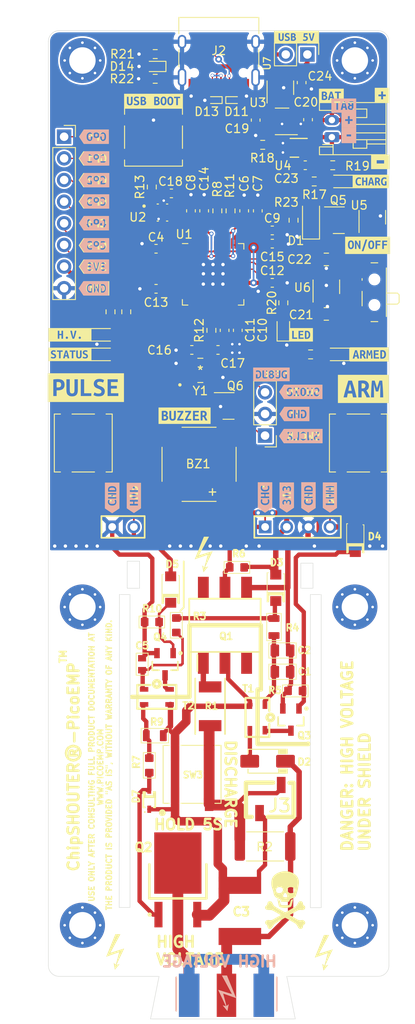
<source format=kicad_pcb>
(kicad_pcb (version 20221018) (generator pcbnew)
  (layers (0 "F.Cu" signal "Top Layer") (31 "B.Cu" signal "Bottom Layer") (34 "B.Paste" user "Bottom Paste") (35 "F.Paste" user "Top Paste") (36 "B.SilkS" user "Bottom Overlay") (37 "F.SilkS" user "Top Overlay") (38 "B.Mask" user "Bottom Solder") (39 "F.Mask" user "Top Solder") (44 "Edge.Cuts" user))
  (net 0 "")
  (net 1 "Net-(C1-Pad1)")
  (net 2 "Net-(J1-Signal)")
  (net 3 "Net-(Q1-K)")
  (net 4 "Net-(C5-Pad1)")
  (net 5 "Net-(D2-PadA)")
  (net 6 "Net-(D3-PadK)")
  (net 7 "Net-(Q3-G)")
  (net 8 "Net-(Q4-G)")
  (net 9 "Net-(Q2-G)")
  (net 10 "Net-(Q2-D)")
  (net 11 "Net-(J3-Pad2)")
  (net 12 "Net-(Q1-A)")
  (net 14 "HVPWM")
  (net 15 "HVPULSE")
  (net 16 "GND")
  (net 17 "CHARGED")
  (net 19 "Net-(Q3-D)")
  (net 20 "Net-(Q4-D)")
  (net 21 "Net-(R7-Pad1)")
  (net 22 "+3V3")
  (net 23 "+1V1")
  (net 24 "Net-(U1-USB_DP)")
  (net 25 "USB_D+")
  (net 26 "Net-(U1-USB_DM)")
  (net 27 "USB_D-")
  (net 30 "/RP2040/GPIO0")
  (net 32 "/RP2040/XIN")
  (net 33 "/RP2040/XOUT")
  (net 41 "Net-(D10-A)")
  (net 42 "/RP2040/BUZZER")
  (net 45 "Net-(Y1-OSC2)")
  (net 46 "/Power/BAT+")
  (net 47 "+5V")
  (net 48 "Net-(D1-A)")
  (net 49 "QSPI_SS")
  (net 50 "Net-(J2-CC1)")
  (net 51 "Net-(J2-CC2)")
  (net 52 "QSPI_SD3")
  (net 53 "QSPI_SCLK")
  (net 54 "QSPI_SD0")
  (net 55 "QSPI_SD2")
  (net 56 "QSPI_SD1")
  (net 60 "Net-(BZ1--)")
  (net 61 "Net-(D6-K)")
  (net 62 "/Power/BAT-")
  (net 63 "/Power/VOUT")
  (net 64 "Net-(D6-A)")
  (net 65 "Net-(D8-A)")
  (net 66 "Net-(SW4-B)")
  (net 67 "Net-(D9-A)")
  (net 69 "Net-(U3-ISET)")
  (net 70 "Net-(U4-VDD)")
  (net 72 "Net-(D12-A)")
  (net 73 "/RP2040/H.V_LED")
  (net 74 "/RP2040/STATUS_LED")
  (net 75 "/RP2040/PULSE_BUTTON")
  (net 76 "/RP2040/ARM_BUTTON")
  (net 77 "/RP2040/ARMED_LED")
  (net 78 "/RP2040/SWCLK")
  (net 79 "/RP2040/SWDIO")
  (net 80 "/RP2040/PICO_LED")
  (net 81 "/Power/LDO_ENABLE")
  (net 82 "/RP2040/GPIO1")
  (net 83 "/RP2040/GPIO2")
  (net 84 "/RP2040/GPIO3")
  (net 85 "/RP2040/GPIO4")
  (net 86 "/RP2040/GPIO5")
  (net 88 "/Power/VBUS")
  (net 89 "Net-(J4-Pin_1)")
  (footprint "kibuzzard-63F2728F" (layer "F.Cu") (at 166.201105 85.0036)
    (fp_text reference "kibuzzard-63F2728F" hide)
    (fp_text value "G***" hide)
  )
  (footprint "C:_Users_cofly_Dropbox (NewAE Technology Inc)_engineering_altium_Libraries_footprints_CK_KSC7J.PcbLib_CK_KSC7J" (layer "F.Cu") (at 140.851105 59.5036)
    (fp_text reference "SW4" hide)
    (fp_text value "SW_SPST" hide)
  )
  (footprint "C:_Users_cofly_Dropbox (NewAE Technology Inc)_engineering_altium_Libraries_footprints_CAPC0805_M.PcbLib_CAPC0805_M" (layer "F.Cu") (at 156.001105 119.7536)
    (fp_text reference "C2")
    (fp_text value "4.7uF/50V" hide)
  )
  (footprint "kibuzzard-63F668D5" (layer "F.Cu") (at 133.8 74.7)
    (fp_text reference "kibuzzard-63F668D5" hide)
    (fp_text value "G***" hide)
  )
  (footprint "C:_Users_cofly_Dropbox (NewAE Technology Inc)_engineering_altium_NewAE_AltiumLib.DBLib/main_DSS13UTR" (layer "F.Cu") (at 142.867705 112.6032 90)
    (fp_text reference "D5")
    (fp_text value "GOODWORK A7" hide)
  )
  (footprint "kibuzzard-63FB287B" (layer "F.Cu") (at 158.15 89.4)
    (fp_text reference "kibuzzard-63FB287B" hide)
    (fp_text value "G***" hide)
  )
  (footprint "Package_DFN_QFN:DFN-6-1EP_2x2mm_P0.65mm_EP1x1.6mm" (layer "F.Cu") (at 157.901105 60.7536 180)
    (fp_text reference "U4")
    (fp_text value "XB6536A")
  )
  (footprint "kibuzzard-63FB2711" (layer "F.Cu") (at 136 101.85 90)
    (fp_text reference "kibuzzard-63FB2711" hide)
    (fp_text value "G***" hide)
  )
  (footprint "kibuzzard-63FB718C" (layer "F.Cu") (at 157.65 47.75)
    (fp_text reference "kibuzzard-63FB718C" hide)
    (fp_text value "G***" hide)
  )
  (footprint "Capacitor_SMD:C_0603_1608Metric" (layer "F.Cu") (at 150.751105 82.1786 -90)
    (fp_text reference "C10")
    (fp_text value "1u")
  )
  (footprint "Package_TO_SOT_SMD:SOT-23-3" (layer "F.Cu") (at 166.551105 68.9036 90)
    (fp_text reference "U5")
    (fp_text value "ME2807")
  )
  (footprint "Capacitor_SMD:C_0603_1608Metric" (layer "F.Cu") (at 154.801105 76.6036)
    (fp_text reference "C12")
    (fp_text value "100n")
  )
  (footprint "kibuzzard-63F2726C" (layer "F.Cu") (at 165.501105 89.0536)
    (fp_text reference "kibuzzard-63F2726C" hide)
    (fp_text value "G***" hide)
  )
  (footprint "kibuzzard-63FA0F3A" (layer "F.Cu") (at 131.001105 82.7036)
    (fp_text reference "kibuzzard-63FA0F3A" hide)
    (fp_text value "G***" hide)
  )
  (footprint "LED_SMD:LED_0603_1608Metric" (layer "F.Cu") (at 162.813605 64.7036 180)
    (fp_text reference "D6" hide)
    (fp_text value "CHARGING")
  )
  (footprint "Buzzer_Beeper:PUIAudio_SMT_0825_S_4_R" (layer "F.Cu") (at 146.201105 97.9036 180)
    (fp_text reference "BZ1")
    (fp_text value "MLT-7525")
  )
  (footprint "C:_Users_colin_Dropbox (NewAE Technology Inc)_engineering_altium_Libraries_footprints_CK_KSC7J.PcbLib_CK_KSC7J" (layer "F.Cu") (at 145.382305 134.2948 90)
    (fp_text reference "SW3")
    (fp_text value "TL3301AF160QJ" hide)
  )
  (footprint "Connector_PinHeader_2.54mm:PinHeader_1x02_P2.54mm_Vertical" (layer "F.Cu") (at 158.925 49.8 -90)
    (fp_text reference "J4" hide)
    (fp_text value "Conn_01x02_Pin" hide)
  )
  (footprint "kibuzzard-63FA1685" (layer "F.Cu") (at 158.2 82.7036)
    (fp_text reference "kibuzzard-63FA1685" hide)
    (fp_text value "G***" hide)
  )
  (footprint "Capacitor_SMD:C_0603_1608Metric" (layer "F.Cu") (at 158.676105 62.8036 180)
    (fp_text reference "C23")
    (fp_text value "100n")
  )
  (footprint "" (layer "F.Cu") (at 158.150785 154.30333)
    (fp_text reference "")
    (fp_text value "")
  )
  (footprint "Capacitor_SMD:C_0603_1608Metric" (layer "F.Cu") (at 141.151105 77.3036 180)
    (fp_text reference "C13")
    (fp_text value "100n")
  )
  (footprint "LED_SMD:LED_0603_1608Metric" (layer "F.Cu") (at 134.988605 82.7036)
    (fp_text reference "D9" hide)
    (fp_text value "H.V_DETECTED1")
  )
  (footprint "C:_Users_colin_Dropbox (NewAE Technology Inc)_engineering_altium_Libraries_footprints_RESC1608X55N.PcbLib_RESC1608X55N" (layer "F.Cu") (at 150.651105 110.0036 180)
    (fp_text reference "R6")
    (fp_text value "22k" hide)
  )
  (footprint "LOGO" (layer "F.Cu") (at 136.35 155.15)
    (fp_text reference "G***" hide)
    (fp_text value "LOGO" hide)
  )
  (footprint "C:_Users_cofly_Dropbox (NewAE Technology Inc)_engineering_altium_Libraries_footprints_RESC1608X55N.PcbLib_RESC1608X55N" (layer "F.Cu") (at 140.353105 133.2398 -90)
    (fp_text reference "R7")
    (fp_text value "10R" hide)
  )
  (footprint "LOGO" (layer "F.Cu") (at 160.85 155.25)
    (fp_text reference "G***" hide)
    (fp_text value "LOGO" hide)
  )
  (footprint "kibuzzard-63F668EF" (layer "F.Cu") (at 133.8 67.05)
    (fp_text reference "kibuzzard-63F668EF" hide)
    (fp_text value "G***" hide)
  )
  (footprint "Capacitor_SMD:C_0603_1608Metric" (layer "F.Cu") (at 152.851105 57.5036 -90)
    (fp_text reference "C19")
    (fp_text value "10u")
  )
  (footprint "SamacSys.PcbLib:SOP254P952X470-6N" (layer "F.Cu") (at 149.243105 116.7996 90)
    (fp_text reference "Q1")
    (fp_text value "LDA111STR" hide)
  )
  (footprint "C:_Users_colin_Dropbox (NewAE Technology Inc)_engineering_altium_Libraries_footprints_MOUNT_M3_TIGHT.PcbLib_MOUNT_M3_TIGHT" (layer "F.Cu") (at 164.501105 114.6536)
    (fp_text reference "MH1" hide)
    (fp_text value "M3, Tight Fit" hide)
  )
  (footprint "Capacitor_SMD:C_0603_1608Metric" (layer "F.Cu") (at 146.801105 68.1536 90)
    (fp_text reference "C14")
    (fp_text value "100n")
  )
  (footprint "Diode_SMD:D_SOD-923" (layer "F.Cu") (at 148.051105 55.1536 180)
    (fp_text reference "D13")
    (fp_text value "LESD9L5.0T5G")
  )
  (footprint "Capacitor_SMD:C_0603_1608Metric" (layer "F.Cu") (at 141.151105 72.6036 180)
    (fp_text reference "C4")
    (fp_text value "100n")
  )
  (footprint "Diode_SMD:D_SOD-123F" (layer "F.Cu") (at 159.351105 69.2536 90)
    (fp_text reference "D1")
    (fp_text value "DS14W")
  )
  (footprint "kibuzzard-63F78E1E" (layer "F.Cu") (at 167.701105 54.6036)
    (fp_text reference "kibuzzard-63F78E1E" hide)
    (fp_text value "G***" hide)
  )
  (footprint "Connector_JST:JST_PH_S2B-PH-K_1x02_P2.00mm_Horizontal" (layer "F.Cu") (at 161.801105 59.5036 90)
    (fp_text reference "BATTERY1" hide)
    (fp_text value "Conn_01x02_Female")
  )
  (footprint "Package_TO_SOT_SMD:SOT-23-5" (layer "F.Cu") (at 155.75 53.7 90)
    (fp_text reference "U7")
    (fp_text value "LPW5206")
  )
  (footprint "C:_Users_cofly_Dropbox (NewAE Technology Inc)_engineering_altium_Libraries_footprints_RESC2012X70N.PcbLib_RESC2012X70N" (layer "F.Cu") (at 141.001105 129.7536)
    (fp_text reference "R9")
    (fp_text value "2k" hide)
  )
  (footprint "Capacitor_SMD:C_0805_2012Metric" (layer "F.Cu") (at 161.151105 80.2536)
    (fp_text reference "C21")
    (fp_text value "47u")
  )
  (footprint "LED_SMD:LED_0603_1608Metric" (layer "F.Cu") (at 162.413605 85.0036 180)
    (fp_text reference "D8" hide)
    (fp_text value "CHARGE_ON1")
  )
  (footprint "Capacitor_SMD:C_0805_2012Metric" (layer "F.Cu") (at 161.151105 73.8536)
    (fp_text reference "C22")
    (fp_text value "47u")
  )
  (footprint "kibuzzard-63F6135F" (layer "F.Cu") (at 161.74 54.65)
    (fp_text reference "kibuzzard-63F6135F" hide)
    (fp_text value "G***" hide)
  )
  (footprint "Resistor_SMD:R_0603_1608Metric" (layer "F.Cu") (at 161.901105 62.8036 180)
    (fp_text reference "R19")
    (fp_text value "100")
  )
  (footprint "C:_Users_cofly_Dropbox (NewAE Technology Inc)_engineering_altium_Libraries_footprints_CK_KSC7J.PcbLib_CK_KSC7J" (layer "F.Cu") (at 132.601105 95.4036 90)
    (fp_text reference "SW2" hide)
    (fp_text value "PULSE" hide)
  )
  (footprint "kibuzzard-63F668E9" (layer "F.Cu") (at 133.8 64.55)
    (fp_text reference "kibuzzard-63F668E9" hide)
    (fp_text value "G***" hide)
  )
  (footprint "Resistor_SMD:R_0603_1608Metric" (layer "F.Cu") (at 153.676105 60.4036 180)
    (fp_text reference "R18")
    (fp_text value "2k")
  )
  (footprint "kibuzzard-63F668F6" (layer "F.Cu") (at 133.85 69.6036)
    (fp_text reference "kibuzzard-63F668F6" hide)
    (fp_text value "G***" hide)
  )
  (footprint "LSCS:X322512MSB4SI" (layer "F.Cu") (at 146.351105 86.8786)
    (fp_text reference "Y1")
    (fp_text value "X322512MSB4SI" hide)
  )
  (footprint "Capacitor_SMD:C_0603_1608Metric" (layer "F.Cu") (at 154.801105 72.0036)
    (fp_text reference "C15")
    (fp_text value "1u")
  )
  (footprint "Resistor_SMD:R_0603_1608Metric" (layer "F.Cu") (at 141.051105 49.7536 180)
    (fp_text reference "R21")
    (fp_text value "5.1K")
  )
  (footprint "Diode_SMD:D_SOD-923" (layer "F.Cu") (at 150.201105 55.1536)
    (fp_text reference "D11")
    (fp_text value "LESD9L5.0T5G")
  )
  (footprint "Package_TO_SOT_SMD:SOT-23" (layer "F.Cu") (at 162.613605 69.2536)
    (fp_text reference "Q5")
    (fp_text value "FSS2301S")
  )
  (footprint "Resistor_SMD:R_0603_1608Metric" (layer "F.Cu") (at 135.801105 80.0036 -90)
    (fp_text reference "R16" hide)
    (fp_text value "1k")
  )
  (footprint "Package_TO_SOT_SMD:SOT-23-5" (layer "F.Cu") (at 155.951105 57.6536 180)
    (fp_text reference "U3")
    (fp_text value "LP4054H")
  )
  (footprint "C:_Users_cofly_Dropbox (NewAE Technology Inc)_engineering_altium_NewAE_AltiumLib.DBLib/main_DSS13UTR" (layer "F.Cu") (at 164.551105 106.6536 90)
    (fp_text reference "D4")
    (fp_text value "GOODWORK A7" hide)
  )
  (footprint "kibuzzard-63FB2711" (layer "F.Cu") (at 159.05 101.8 90)
    (fp_text reference "kibuzzard-63FB2711" hide)
    (fp_text value "G***" hide)
  )
  (footprint "Resistor_SMD:R_0603_1608Metric" (layer "F.Cu") (at 157.301105 69.2536 -90)
    (fp_text reference "R23")
    (fp_text value "10k")
  )
  (footprint "LED_SMD:LED_0603_1608Metric" (layer "F.Cu") (at 156.1 81.95 90)
    (fp_text reference "D10" hide)
    (fp_text value "PICO_LED1")
  )
  (footprint "LOGO" (layer "F.Cu") (at 156.3 149.05)
    (fp_text reference "G***" hide)
    (fp_text value "LOGO" hide)
  )
  (footprint "Connector_USB:USB_C_Receptacle_HRO_TYPE-C-31-M-12" (layer "F.Cu") (at 148.521105 49.3536 180)
    (fp_text reference "J2")
    (fp_text value "USB_C_Receptacle_USB2.0")
  )
  (footprint "LED_SMD:LED_0603_1608Metric" (layer "F.Cu") (at 134.988605 85.0036)
    (fp_text reference "D12" hide)
    (fp_text value "STATUS1")
  )
  (footprint "kibuzzard-63FA16E2" (layer "F.Cu") (at 154.7 87.35)
    (fp_text reference "kibuzzard-63FA16E2" hide)
    (fp_text value "G***" hide)
  )
  (footprint "Miscellaneous Connectors.IntLib:HDR1X2" (layer "F.Cu") (at 136.001105 105.2536)
    (fp_text reference "P2" hide)
    (fp_text value "Header 2" hide)
  )
  (footprint "LSCS:IC_W25Q16JVUXIQ_TR" (layer "F.Cu") (at 141.901105 68.3536)
    (fp_text reference "U2")
    (fp_text value "W25Q128JVSIQ")
  )
  (footprint "C:_Users_cofly_Dropbox (NewAE Technology Inc)_engineering_altium_Libraries_footprints_RESC1608X55N.PcbLib_RESC1608X55N" (layer "F.Cu") (at 140.657905 116.4132 180)
    (fp_text reference "R10")
    (fp_text value "1k" hide)
  )
  (footprint "kibuzzard-63F668FC" (layer "F.Cu") (at 133.8 72.2)
    (fp_text reference "kibuzzard-63F668FC" hide)
    (fp_text value "G***" hide)
  )
  (footprint "kibuzzard-63F78DFD" (layer "F.Cu") (at 167.501105 62.4036)
    (fp_text reference "kibuzzard-63F78DFD" hide)
    (fp_text value "G***" hide)
  )
  (footprint "Capacitor_SMD:C_0603_1608Metric" (layer "F.Cu") (at 159.001105 57.4536 -90)
    (fp_text reference "C20")
    (fp_text value "10u")
  )
  (footprint "kibuzzard-63FB2887" (layer "F.Cu") (at 158.15 94.59)
    (fp_text reference "kibuzzard-63FB2887" hide)
    (fp_text value "G***" hide)
  )
  (footprint "Connector_PinHeader_2.54mm:PinHeader_1x03_P2.54mm_Vertical" (layer "F.Cu") (at 153.951105 94.5336 180)
    (fp_text reference "J5" hide)
    (fp_text value "Conn_01x03_Socket")
  )
  (footprint "C:_Users_cofly_Dropbox (NewAE Technology Inc)_engineering_altium_NewAE_AltiumLib.DBLib/main_DSS13UTR" (layer "F.Cu") (at 155.212105 112.4006 90)
    (fp_text reference "D3")
    (fp_text value "GOODWORK A7" hide)
  )
  (footprint "C:_Users_cofly_Dropbox (NewAE Technology Inc)_engineering_altium_Libraries_footprints_GCT_BG306.PcbLib_BG306-R2-2PIN" (layer "F.Cu") (at 153.307105 138.8394)
    (fp_text reference "J3")
    (fp_text value "BG306-02-A-2-0400-L-G" hide)
  )
  (footprint "kibuzzard-63F66756" (layer "F.Cu") (at 140.851105 55.2536)
    (fp_text reference "kibuzzard-63F66756" hide)
    (fp_text value "G***" hide)
  )
  (footprint "Capacitor_SMD:C_0603_1608Metric" (layer "F.Cu") (at 145.251105 68.1536 90)
    (fp_text reference "C8")
    (fp_text value "100n")
  )
  (footprint "C:_Users_cofly_Dropbox (NewAE Technology Inc)_engineering_altium_Libraries_footprints_CK_KSC7J.PcbLib_CK_KSC7J" (layer "F.Cu") (at 164.913605 95.4036 90)
    (fp_text reference "SW1" hide)
    (fp_text value "ARM" hide)
  )
  (footprint "kibuzzard-63F65118" (layer "F.Cu") (at 166.401105 64.7036)
    (fp_text reference "kibuzzard-63F65118" hide)
    (fp_text value "G***" hide)
  )
  (footprint "kibuzzard-63FB2610" (layer "F.Cu") (at 161.57 101.8 90)
    (fp_text reference "kibuzzard-63FB2610" hide)
    (fp_text value "G***" hide)
  )
  (footprint "kibuzzard-63F66885" (layer "F.Cu") (at 133.85 59.45)
    (fp_text reference "kibuzzard-63F66885" hide)
    (fp_text value "G***" hide)
  )
  (footprint "Resistor_SMD:R_0603_1608Metric" (layer "F.Cu") (at 140.651105 65.3536 -90)
    (fp_text reference "R13")
    (fp_text value "1K")
  )
  (footprint "Miscellaneous Connectors.IntLib:HDR1X4" (layer "F.Cu") (at 153.961105 105.2536)
    (fp_text reference "P3" hide)
    (fp_text value "Header 4" hide)
  )
  (footprint "Resistor_SMD:R_0603_1608Metric" (layer "F.Cu") (at 141.051105 52.6536 180)
    (fp_text reference "R22")
    (fp_text value "5.1K")
  )
  (footprint "Capacitor_SMD:C_0603_1608Metric" (layer "F.Cu") (at 151.501105 68.1536 90)
    (fp_text reference "C6")
    (fp_text value "100n")
  )
  (footprint "Capacitor_SMD:C_0603_1608Metric" (layer "F.Cu") (at 148.426105 84.4786 180)
    (fp_text reference "C17")
    (fp_text value "39p")
  )
  (footprint "C:_Users_colin_Dropbox (NewAE Technology Inc)_engineering_altium_Libraries_footprints_MOUNT_M3_TIGHT.PcbLib_MOUNT_M3_TIGHT" (layer "F.Cu") (at 132.501105 114.6536)
    (fp_text reference "MH1" hide)
    (fp_text value "M3, Tight Fit" hide)
  )
  (footprint "C:_Users_cofly_Dropbox (NewAE Technology Inc)_engineering_altium_Libraries_footprints_DPAK_TO-252AA_M.PcbLib_DPAK_TO-252AA_M" (layer "F.Cu") (at 143.711905 146.654 90)
    (fp_text reference "Q2")
    (fp_text value "RGT16BM65DTL" hide)
  )
  (footprint "Capacitor_SMD:C_0603_1608Metric" (layer "F.Cu") (at 154.801105 70.4536)
    (fp_text reference "C9")
    (fp_text value "100n")
  )
  (footprint "C:_Users_cofly_Dropbox (NewAE Technology Inc)_engineering_altium_Libraries_footprints_RESC2012X70N.PcbLib_RESC2012X70N" (layer "F.Cu") (at 155.001105 117.0036 -90)
    (fp_text reference "R4")
    (fp_text value "75R" hide)
  )
  (footprint "Capacitor_SMD:C_0603_1608Metric" (layer "F.Cu") (at 153.101105 68.1536 90)
    (fp_text reference "C7")
    (fp_text value "100n")
  )
  (footprint "Diode_SMD:D_SOD-523" (layer "F.Cu") (at 141.051105 51.2036 180)
    (fp_text reference "D14")
    (fp_text value "PESDNC5D7VU")
  )
  (footprint "Connector_PinSocket_2.54mm:PinSocket_1x08_P2.54mm_Vertical" (layer "F.Cu") (at 130.351105 59.4536)
    (fp_text reference "J6" hide)
    (fp_text value "Conn_01x08_Socket")
  )
  (footprint "C:_Users_colin_Dropbox (NewAE Technology Inc)_engineering_altium_Libraries_footprints_MOUNT_M3_TIGHT.PcbLib_MOUNT_M3_TIGHT" (layer "F.Cu") (at 164.501105 152.0036)
    (fp_text reference "MH1" hide)
    (fp_text value "M3, Tight Fit" hide)
  )
  (footprint "Capacitor_SMD:C_0603_1608Metric" (layer "F.Cu") (at 142.951105 66.1036 180)
    (fp_text reference "C18")
    (fp_text value "1u")
  )
  (footprint "Resistor_SMD:R_0603_1608Metric" (layer "F.Cu") (at 137.651105 80.0036 -90)
    (fp_text reference "R27" hide)
    (fp_text value "1k" hide)
  )
  (footprint "kibuzzard-63F629BA" (layer "F.Cu") (at 166.001105 72.2036)
    (fp_text reference "kibuzzard-63F629BA" hide)
    (fp_text value "G***" hide)
  )
  (footprint "kibuzzard-63F6689E" (layer "F.Cu") (at 133.8 62)
    (fp_text reference "kibuzzard-63F6689E" hide)
    (fp_text value "G***" hide)
  )
  (footprint "C:_Users_cofly_Dropbox (NewAE Technology Inc)_engineering_altium_Libraries_footprints_CKG57N_2220.PcbLib_CKG57N_2220" (layer "F.Cu") (at 150.995705 150.3222)
    (fp_text reference "C3")
    (fp_text value "0.47uF,630V,X7T" hide)
  )
  (footprint "C:_Users_cofly_Dropbox (NewAE Technology Inc)_engineering_altium_Libraries_footprints_SOT95P245X110-3M.PcbLib_SOT95P245X110-3M" (layer "F.Cu") (at 142.207305 121.3662 -90)
    (fp_text reference "Q4")
    (fp_text value "AO3422" hide)
  )
  (footprint "Resistor_SMD:R_0603_1608Metric" (layer "F.Cu") (at 148.351105 68.1536 90)
    (fp_text reference "R8")
    (fp_text value "27")
  )
  (footprint "Resistor_SMD:R_0603_1608Metric" (layer "F.Cu") (at 159.726105 64.7036)
    (fp_text reference "R17")
    (fp_text value "2k")
  )
  (footprint "C:_Users_cofly_Dropbox (NewAE Technology Inc)_engineering_altium_Libraries_footprints_CON-SMA-MALE-PCB-EDGE062.PcbLib_CON-SMA-MALE-PCB-EDGE062" (layer "F.Cu") (at 149.420905 160.2282 -90)
    (fp_text reference "J1" hide)
    (fp_text value "EDGE-SMA" hide)
  )
  (footprint "C:_Users_colin_Dropbox (NewAE Technology Inc)_engineering_altium_Libraries_footprints_MOUNT_M3_TIGHT.PcbLib_MOUNT_M3_TIGHT" (layer "F.Cu") (at 132.501105 152.0036)
    (fp_text reference "MH1" hide)
    (fp_text value "M3, Tight Fit" hide)
  )
  (footprint "Capacitor_SMD:C_0603_1608Metric" (layer "F.Cu") (at 149.201105 82.1786 -90)
    (fp_text reference "C11")
    (fp_text value "100n")
  )
  (footprint "C:_Users_cofly_Dropbox (NewAE Technology Inc)_engineering_altium_Libraries_footprints_CAPC0603_M.PcbLib_CAPC0603_M" (layer "F.Cu") (at 139.514905 121.3662 90)
    (fp_text reference "C5")
    (fp_text value "100n" hide)
  )
  (footprint "Resistor_SMD:R_0603_1608Metric" (layer "F.Cu") (at 147.651105 82.1786 90)
    (fp_text reference "R12")
    (fp_text value "200")
  )
  (footprint "Package_TO_SOT_SMD:SOT-23" (layer "F.Cu") (at 149.663605 91.0536)
    (fp_text reference "Q6")
    (fp_text value "FSS2302S ")
  )
  (footprint "C:_Users_cofly_Dropbox (NewAE Technology Inc)_engineering_altium_NewAE_AltiumLib.DBLib/main_RESC1608X55N" (layer "F.Cu") (at 143.528105 116.7942 -90)
    (fp_text reference "R3")
    (fp_text value "10R" hide)
  )
  (footprint "Resistor_SMD:R_0603_1608Metric" (layer "F.Cu") (at 159.301105 85.0036)
    (fp_text reference "R15" hide)
    (fp_text value "1k")
  )
  (footprint "Resistor_SMD:R_0603_1608Metric" (layer "F.Cu") (at 149.901105 68.1536 90)
    (fp_text reference "R11")
    (fp_text value "27")
  )
  (footprint "C:_Users_colin_Dropbox (NewAE Technology Inc)_engineering_altium_Libraries_footprints_SOD323.PcbLib_SOD323" (layer "F.Cu") (at 140.353105 137.2666 90)
    (fp_text reference "D7")
    (fp_text value "MM3Z18VB" hide)
  )
  (footprint "kibuzzard-63F26E53" (layer "F.Cu") (at 132.901105 88.9036)
    (fp_text reference "kibuzzard-63F26E53" hide)
    (fp_text value "G***" hide)
  )
  (footprint "C:_Users_cofly_Dropbox (NewAE Technology Inc)_engineering_altium_Libraries_footprints_CAPC0805_M.PcbLib_CAPC0805_M" (layer "F.Cu") (at 156.001105 122.2536)
    (fp_text reference "C1")
    (fp_text value "4.7uF/50V" hide)
  )
  (footprint "kibuzzard-63F61A8A" (layer "F.Cu") (at 144.5 92.2)
    (fp_text reference "kibuzzard-63F61A8A" hide)
    (fp_text value "G***" hide)
  )
  (footprint "C:_Users_cofly_Dropbox (NewAE Technology Inc)_engineering_altium_Libraries_footprints_RESC1608X55N.PcbLib_RESC1608X55N" (layer "F.Cu") (at 157.501105 124.5036 180)
    (fp_text reference "R5")
    (fp_text value "1k" hide)
  )
  (footprint "kibuzzard-63FB2882" (layer "F.Cu") (at 157.4 92)
    (fp_text reference "kibuzzard-63FB2882" hide)
    (fp_text value "G***" hide)
  )
  (footprint "kibuzzard-63FB2766" (layer "F.Cu") (at 138.55 101.85 90)
    (fp_text reference "kibuzzard-63FB2766" hide)
    (fp_text value "G***" hide)
  )
  (footprint "C:_Users_cofly_Dropbox (NewAE Technology Inc)_engineering_altium_Libraries_footprints_ATB322524.PcbLib_ATB322524" (layer "F.Cu") (at 153.053105 127.6146 90)
    (fp_text reference "T1")
    (fp_text value "ATB322524" hide)
  )
  (footprint "Resistor_SMD:R_2512_6332Metric" (layer "F.Cu") (at 153.951105 142.7536)
    (fp_text reference "R2")
    (fp_text value "360k" hide)
  )
  (footprint "C:_Users_cofly_Dropbox (NewAE Technology Inc)_engineering_altium_Libraries_footprints_ATB322524.PcbLib_ATB322524" (layer "F.Cu") (at 141.242105 125.2016 180)
    (fp_text reference "T2")
    (fp_text value "ATB322524" hide)
  )
  (footprint "Capacitor_SMD:C_0603_1608Metric" (layer "F.Cu") (at 145.351105 84.4786 180)
    (fp_text reference "C16")
    (fp_text value "39p")
  )
  (footprint "C:_Users_cofly_Dropbox (NewAE Technology Inc)_engineering_altium_NewAE_AltiumLib.DBLib/main_RESC5025X06N" (layer "F.Cu") (at 147.501105 126.3036 -90)
    (fp_text reference "R1")
    (fp_text value "20M" hide)
  )
  (footprint "kibuzzard-63FB271A" (layer "F.Cu") (at 156.5 101.8 90)
    (fp_text reference "kibuzzard-63FB271A" hide)
    (fp_text value "G***" hide)
  )
  (footprint "kibuzzard-63FB2724" (layer "F.Cu") (at 153.95 101.8 90)
    (fp_text reference "kibuzzard-63FB2724" hide)
    (fp_text value "G***" hide)
  )
  (footprint "Package_DFN_QFN:QFN-56-1EP_7x7mm_P0.4mm_EP3.2x3.2mm" (layer "F.Cu") (at 147.851105 75.6036)
    (fp_text reference "U1")
    (fp_text value "RP2040")
  )
  (footprint "kibuzzard-63FA1A3D" (layer "F.Cu") (at 131 85)
    (fp_text reference "kibuzzard-63FA1A3D" hide)
    (fp_text value "G***" hide)
  )
  (footprint "C:_Users_colin_Dropbox (NewAE Technology Inc)_engineering_altium_Libraries_footprints_MOUNT_M3_TIGHT.PcbLib_MOUNT_M3_TIGHT" (layer "F.Cu") (at 164.501105 50.5036)
    (fp_text reference "MH1" hide)
    (fp_text value "M3, Tight Fit" hide)
  )
  (footprint "" (layer "F.Cu") (at 139.151745 154.30333)
    (fp_text reference "")
    (fp_text value "")
  )
  (footprint "C:_Users_cofly_Dropbox (NewAE Technology Inc)_engineering_altium_Libraries_footprints_DO-214AC.PcbLib_DO-214AC" (layer "F.Cu") (at 154.251105 132.7536)
    (fp_text reference "D2")
    (fp_text value "MURA160T3G" hide)
  )
  (footprint "C:_Users_cofly_Dropbox (NewAE Technology Inc)_engineering_altium_Libraries_footprints_SOT95P245X110-3M.PcbLib_SOT95P245X110-3M" (layer "F.Cu") (at 156.990105 127.8686 -90)
    (fp_text reference "Q3")
    (fp_text value "AO3422" hide)
  )
  (footprint "Package_TO_SOT_SMD:SOT-23-5" (layer "F.Cu") (at 161.151105 77.0661 90)
    (fp_text reference "U6")
    (fp_text value "LP3992-3.3")
  )
  (footprint "LOGO" (layer "F.Cu") (at 146.75 108.5)
    (fp_text reference "G***" hide)
    (fp_text value "LOGO" hide)
  )
  (footprint "Button_Switch_SMD:SW_SPDT_PCM12" (layer "F.Cu") (at 166.47 77.7036 90)
    (fp_text reference "SW5" hide)
    (fp_text value "SSSS811101")
  )
  (footprint "C:_Users_colin_Dropbox (NewAE Technology Inc)_engineering_altium_Libraries_footprints_MOUNT_M3_TIGHT.PcbLib_MOUNT_M3_TIGHT" (layer "F.Cu") (at 132.501105 50.5036)
    (fp_text reference "MH1" hide)
    (fp_text value "M3, Tight Fit" hide)
  )
  (footprint "Resistor_SMD:R_0603_1608Metric" (layer "F.Cu") (at 156.101105 78.95 -90)
    (fp_text reference "R20")
    (fp_text value "1k")
  )
  (footprint "Capacitor_SMD:C_0603_1608Metric" (layer "F.Cu") (at 158.25 53.1 -90)
    (fp_text reference "C24")
    (fp_text value "10u")
  )
  (footprint "kibuzzard-63F668C9" (layer "F.Cu") (at 133.9 77.25)
    (fp_text reference "kibuzzard-63F668C9" hide)
    (fp_text value "G***" hide)
  )
  (footprint "kibuzzard-63FB2575" (layer "B.Cu") (at 133.808732 77.25 180)
    (fp_text reference "kibuzzard-63FB2575" hide)
    (fp_text value "G***" hide)
  )
  (footprint "kibuzzard-63FB2724" (layer "B.Cu") (at 153.95 101.8 90)
    (fp_text reference "kibuzzard-63FB2724" hide)
    (fp_text value "G***" hide)
  )
  (footprint "kibuzzard-63FB28A8" (layer "B.Cu") (at 157.4 92 180)
    (fp_text reference "kibuzzard-63FB28A8" hide)
    (fp_text value "G***" hide)
  )
  (footprint "kibuzzard-63FB254D" (layer "B.Cu") (at 133.908732 62 180)
    (fp_text reference "kibuzzard-63FB254D" hide)
    (fp_text value "G***" hide)
  )
  (footprint "kibuzzard-63FB2562" (layer "B.Cu") (at 133.858732 69.6036 180)
    (fp_text reference "kibuzzard-63FB2562" hide)
    (fp_text value "G***" hide)
  )
  (footprint "kibuzzard-63F78E1E" (layer "B.Cu") (at 163.7955 57.5 180)
    (fp_text reference "kibuzzard-63F78E1E" hide)
    (fp_text value "G***" hide)
  )
  (footprint "kibuzzard-63FB2711" (layer "B.Cu") (at 135.984124 101.85 90)
    (fp_text reference "kibuzzard-63FB2711" hide)
    (fp_text value "G***" hide)
  )
  (footprint "LOGO" (layer "B.Cu") (at 149.5 160 180)
    (fp_text reference "G***" hide)
    (fp_text value "LOGO" hide)
  )
  (footprint "kibuzzard-63FB28B5" (layer "B.Cu") (at 158.15 94.59 180)
    (fp_text reference "kibuzzard-63FB28B5" hide)
    (fp_text value "G***" hide)
  )
  (footprint "kibuzzard-63F6135F" (layer "B.Cu") (at 163.2 55.8 180)
    (fp_text reference "kibuzzard-63F6135F" hide)
    (fp_text value "G***" hide)
  )
  (footprint "kibuzzard-63FB2554" (layer "B.Cu") (at 133.908732 64.55 180)
    (fp_text reference "kibuzzard-63FB2554" hide)
    (fp_text value "G***" hide)
  )
  (footprint "kibuzzard-63FB2766" (layer "B.Cu") (at 138.534124 101.85 90)
    (fp_text reference "kibuzzard-63FB2766" hide)
    (fp_text value "G***" hide)
  )
  (footprint "kibuzzard-63FB3D52" (layer "B.Cu") (at 163.795 59.3 180)
    (fp_text reference "kibuzzard-63FB3D52" hide)
    (fp_text value "G***" hide)
  )
  (footprint "kibuzzard-63FB2899" (layer "B.Cu") (at 158.15 89.4 180)
    (fp_text reference "kibuzzard-63FB2899" hide)
    (fp_text value "G***" hide)
  )
  (footprint "kibuzzard-63FB256F" (layer "B.Cu") (at 133.908732 74.7 180)
    (fp_text reference "kibuzzard-63FB256F" hide)
    (fp_text value "G***" hide)
  )
  (footprint "kibuzzard-63FB2568" (layer "B.Cu") (at 133.908732 72.2 180)
    (fp_text reference "kibuzzard-63FB2568" hide)
    (fp_text value "G***" hide)
  )
  (footprint "kibuzzard-63FB255A" (layer "B.Cu") (at 133.908732 67.05 180)
    (fp_text reference "kibuzzard-63FB255A" hide)
    (fp_text value "G***" hide)
  )
  (footprint "kibuzzard-63FB271A" (layer "B.Cu") (at 156.5 101.8 90)
    (fp_text reference "kibuzzard-63FB271A" hide)
    (fp_text value "G***" hide)
  )
  (footprint "kibuzzard-63FB2711" (layer "B.Cu") (at 159.05 101.8 90)
    (fp_text reference "kibuzzard-63FB2711" hide)
    (fp_text value "G***" hide)
  )
  (footprint "kibuzzard-63FB2541" (layer "B.Cu") (at 133.858732 59.45 180)
    (fp_text reference "kibuzzard-63FB2541" hide)
    (fp_text value "G***" hide)
  )
  (footprint "kibuzzard-63FB2610" (layer "B.Cu") (at 161.57 101.8 90)
    (fp_text reference "kibuzzard-63FB2610" hide)
    (fp_text value "G***" hide)
  )
  (footprint "kibuzzard-63FA16E2" (layer "B.Cu") (at 154.7 87.35 180)
    (fp_text reference "kibuzzard-63FA16E2" hide)
    (fp_text value "G***" hide)
  )
  (gr_line (start 138.321105 125.2016) (end 145.077505 125.2016) (stroke (width 0.508)) (layer "F.SilkS"))
  (gr_line (start 159.022105 130.7388) (end 159.022105 130.688) (stroke (width 0.508)) (layer "F.SilkS"))
  (gr_line (start 153.078505 130.7388) (end 153.078505 124.338) (stroke (width 0.508)) (layer "F.SilkS"))
  (gr_line (start 145.077505 116.7942) (end 153.459505 116.7942) (stroke (width 0.508)) (layer "F.SilkS"))
  (gr_line (start 145.077505 125.2016) (end 145.077505 123.5506) (stroke (width 0.508)) (layer "F.SilkS"))
  (gr_line (start 144.001105 115.1036) (end 144.401105 114.7036) (stroke (width 0.2)) (layer "F.SilkS"))
  (gr_line (start 144.401105 114.7036) (end 144.401105 109.3036) (stroke (width 0.2)) (layer "F.SilkS"))
  (gr_line (start 145.077505 123.5506) (end 145.077505 116.7942) (stroke (width 0.508)) (layer "F.SilkS"))
  (gr_line (start 153.078505 130.7388) (end 159.022105 130.7388) (stroke (width 0.508)) (layer "F.SilkS"))
  (gr_line (start 153.078505 124.338) (end 153.459505 124.338) (stroke (width 0.508)) (layer "F.SilkS"))
  (gr_line (start 153.459505 124.338) (end 153.459505 116.7942) (stroke (width 0.508)) (layer "F.SilkS"))
  (gr_line (start 137.762305 109.2758) (end 139.210105 109.2758) (stroke (width 0.05)) (layer "Edge.Cuts"))
  (gr_line (start 168.501105 155.0036) (end 168.501105 48.2736) (stroke (width 0.05)) (layer "Edge.Cuts"))
  (gr_line (start 139.210105 112.4508) (end 137.762305 112.4508) (stroke (width 0.05)) (layer "Edge.Cuts"))
  (gr_line (start 160.546105 149.9412) (end 160.546105 113.1874) (stroke (width 0.05)) (layer "Edge.Cuts"))
  (gr_line (start 128.501095 48.2536) (end 128.501105 156.733599) (stroke (width 0.05)) (layer "Edge.Cuts"))
  (gr_line (start 167.231105 47.0036) (end 129.771105 47.0036) (stroke (width 0.05)) (layer "Edge.Cuts"))
  (gr_arc (start 167.231105 47.0036) (mid 168.129131 47.375574) (end 168.501105 48.2736) (stroke (width 0.05)) (layer "Edge.Cuts"))
  (gr_line (start 139.210105 109.2758) (end 139.210105 112.4508) (stroke (width 0.05)) (layer "Edge.Cuts"))
  (gr_line (start 168.501105 156.7336) (end 168.501105 155.0036) (stroke (width 0.05)) (layer "Edge.Cuts"))
  (gr_line (start 136.847905 113.1874) (end 138.092505 113.1874) (stroke (width 0.05)) (layer "Edge.Cuts"))
  (gr_line (start 159.580905 112.4508) (end 159.580905 109.5044) (stroke (width 0.05)) (layer "Edge.Cuts"))
  (gr_line (start 141.501105 158.0036) (end 140.501105 163.0036) (stroke (width 0.05)) (layer "Edge.Cuts"))
  (gr_arc (start 129.771104 158.0036) (mid 128.873079 157.631625) (end 128.501105 156.733599) (stroke (width 0.05)) (layer "Edge.Cuts"))
  (gr_line (start 128.501105 48.2736) (end 128.501095 48.2536) (stroke (width 0.05)) (layer "Edge.Cuts"))
  (gr_arc (start 168.501105 156.7336) (mid 168.129131 157.631626) (end 167.231105 158.0036) (stroke (width 0.05)) (layer "Edge.Cuts"))
  (gr_line (start 136.822505 149.9158) (end 136.847905 113.1874) (stroke (width 0.05)) (layer "Edge.Cuts"))
  (gr_line (start 137.762305 112.4508) (end 137.762305 109.2758) (stroke (width 0.05)) (layer "Edge.Cuts"))
  (gr_line (start 156.501105 158.0036) (end 167.231105 158.0036) (stroke (width 0.05)) (layer "Edge.Cuts"))
  (gr_line (start 140.501105 163.0036) (end 157.501105 163.0036) (stroke (width 0.05)) (layer "Edge.Cuts"))
  (gr_line (start 138.092505 113.1874) (end 138.092505 149.9158) (stroke (width 0.05)) (layer "Edge.Cuts"))
  (gr_arc (start 128.501105 48.2736) (mid 128.873079 47.375574) (end 129.771105 47.0036) (stroke (width 0.05)) (layer "Edge.Cuts"))
  (gr_line (start 158.158505 109.5044) (end 158.158505 112.4508) (stroke (width 0.05)) (layer "Edge.Cuts"))
  (gr_line (start 158.158505 112.4508) (end 159.580905 112.4508) (stroke (width 0.05)) (layer "Edge.Cuts"))
  (gr_line (start 138.092505 149.9158) (end 136.822505 149.9158) (stroke (width 0.05)) (layer "Edge.Cuts"))
  (gr_line (start 129.771105 158.0036) (end 141.501105 158.0036) (stroke (width 0.05)) (layer "Edge.Cuts"))
  (gr_line (start 159.276105 113.1874) (end 159.276105 149.9412) (stroke (width 0.05)) (layer "Edge.Cuts"))
  (gr_line (start 159.580905 109.5044) (end 158.158505 109.5044) (stroke (width 0.05)) (layer "Edge.Cuts"))
  (gr_line (start 157.501105 163.0036) (end 156.501105 158.0036) (stroke (width 0.05)) (layer "Edge.Cuts"))
  (gr_line (start 129.771104 158.0036) (end 129.771105 158.0036) (stroke (width 0.05)) (layer "Edge.Cuts"))
  (gr_line (start 159.276105 149.9412) (end 160.546105 149.9412) (stroke (width 0.05)) (layer "Edge.Cuts"))
  (gr_line (start 160.546105 113.1874) (end 159.276105 113.1874) (stroke (width 0.05)) (layer "Edge.Cuts"))
  (gr_text "HIGH VOLTAGE" (at 155.501105 157.0036 360) (layer "B.SilkS") (effects (font (size 1.27 1.27) (thickness 0.3048)) (justify left bottom mirror)))
  (gr_text "DANGER: HIGH VOLTAGE \nUNDER SHIELD" (at 166.4 143.5 90) (layer "F.SilkS") (effects (font (size 1.27 1.27) (thickness 0.3048)) (justify left bottom)))
  (gr_text "TM\n" (at 130.7 121.35 90) (layer "F.SilkS") (effects (font (size 0.8 0.8) (thickness 0.2)) (justify left bottom)))
  (gr_text "USE ONLY AFTER CONSULTING FULL PRODUCT DOCUMENTATION AT \nWWW.PICOEMP.COM \nTHE PRODUCT IS PROVIDED {dblquote}AS IS{dblquote}, WITHOUT WARRANTY OF ANY KIND." (at 136 133.2 90) (layer "F.SilkS") (effects (font (size 0.635 0.635) (thickness 0.15875)) (justify bottom)))
  (gr_text "HIGH\nVOLTAGE" (at 141 156.75) (layer "F.SilkS") (effects (font (size 1.27 1.27) (thickness 0.3048)) (justify left bottom)))
  (gr_text "ChipSHOUTER®-PicoEMP" (at 132.201105 145.8536 90) (layer "F.SilkS") (effects (font (size 1.27 1.27) (thickness 0.3048) bold) (justify left bottom)))
  (gr_text "DISCHARGE" (at 149.151105 130.1036 270) (layer "F.SilkS") (effects (font (size 1.25 1.25) (thickness 0.3) bold) (justify left bottom)))
  (gr_text "HOLD 5S" (at 140.751105 140.9036) (layer "F.SilkS") (effects (font (size 1.22 1.22) (thickness 0.3) bold) (justify left bottom)))
  (segment (start 155.001105 120.7536) (end 155.001105 119.7536) (width 0.508) (layer "F.Cu") (net 1))
  (segment (start 153.938105 125.6646) (end 155.001105 124.6016) (width 0.508) (layer "F.Cu") (net 1))
  (segment (start 155.001105 124.6016) (end 155.001105 123.0036) (width 0.508) (layer "F.Cu") (net 1))
  (segment (start 153.938105 126.0146) (end 153.938105 125.6646) (width 0.508) (layer "F.Cu") (net 1))
  (segment (start 155.001105 119.7536) (end 155.001105 118.0036) (width 0.508) (layer "F.Cu") (net 1))
  (segment (start 155.001105 123.0036) (end 155.001105 120.7536) (width 0.508) (layer "F.Cu") (net 1))
  (segment (start 149.446305 153.6872) (end 149.811305 153.3222) (width 1.27) (layer "F.Cu") (net 2))
  (segment (start 156.913605 140.4369) (end 157.955305 139.3952) (width 0.635) (layer "F.Cu") (net 2))
  (segment (start 149.446305 159.8609) (end 149.446305 153.6872) (width 1.27) (layer "F.Cu") (net 2))
  (segment (start 154.396505 153.3222) (end 156.951105 150.7676) (width 0.635) (layer "F.Cu") (net 2))
  (segment (start 150.995705 153.3222) (end 154.396505 153.3222) (width 0.635) (layer "F.Cu") (net 2))
  (segment (start 157.955305 139.3952) (end 157.955305 134.0078) (width 0.635) (layer "F.Cu") (net 2))
  (segment (start 156.913605 142.7536) (end 156.913605 140.4369) (width 0.635) (layer "F.Cu") (net 2))
  (segment (start 156.951105 150.7676) (end 156.951105 142.7911) (width 0.635) (layer "F.Cu") (net 2))
  (segment (start 149.811305 153.3222) (end 150.995705 153.3222) (width 1.27) (layer "F.Cu") (net 2))
  (segment (start 156.701105 132.7536) (end 156.351105 132.7536) (width 0.635) (layer "F.Cu") (net 2))
  (segment (start 156.951105 142.7911) (end 156.913605 142.7536) (width 0.635) (layer "F.Cu") (net 2))
  (segment (start 157.955305 134.0078) (end 156.701105 132.7536) (width 0.635) (layer "F.Cu") (net 2))
  (segment (start 149.434605 159.8726) (end 149.446305 159.8609) (width 1.27) (layer "F.Cu") (net 2))
  (segment (start 145.991905 150.754) (end 146.068105 150.8302) (width 1.27) (layer "F.Cu") (net 3))
  (segment (start 142.566105 128.9386) (end 142.842105 128.6626) (width 0.635) (layer "F.Cu") (net 3))
  (segment (start 152.085605 126.3036) (end 152.168105 126.2211) (width 0.635) (layer "F.Cu") (net 3))
  (segment (start 153.951105 139.4834) (end 153.307105 138.8394) (width 0.508) (layer "F.Cu") (net 3))
  (segment (start 142.842105 128.6626) (end 142.842105 126.0866) (width 0.635) (layer "F.Cu") (net 3))
  (segment (start 143.136305 131.1488) (end 143.382305 131.3948) (width 0.508) (layer "F.Cu") (net 3))
  (segment (start 147.815315 139.8036) (end 148.401105 140.38939) (width 1) (layer "F.Cu") (net 3))
  (segment (start 148.995705 146.8222) (end 148.995705 145.3982) (width 1) (layer "F.Cu") (net 3))
  (segment (start 149.130705 149.1138) (end 149.130705 147.6872) (width 1.27) (layer "F.Cu") (net 3))
  (segment (start 149.495705 147.3222) (end 150.995705 147.3222) (width 1) (layer "F.Cu") (net 3))
  (segment (start 143.382305 137.1948) (end 143.382305 131.3948) (width 1) (layer "F.Cu") (net 3))
  (segment (start 145.220885 126.3036) (end 152.085605 126.3036) (width 0.635) (layer "F.Cu") (net 3))
  (segment (start 143.136305 131.1488) (end 143.136305 129.5088) (width 0.508) (layer "F.Cu") (net 3))
  (segment (start 142.001105 129.7536) (end 142.001105 129.5036) (width 0.508) (layer "F.Cu") (net 3))
  (segment (start 152.168105 126.0146) (end 152.168105 125.6646) (width 0.508) (layer "F.Cu") (net 3))
  (segment (start 153.241705 146.5762) (end 153.241705 145.6378) (width 0.508) (layer "F.Cu") (net 3))
  (segment (start 146.068105 150.8302) (end 147.414305 150.8302) (width 1.27) (layer "F.Cu") (net 3))
  (segment (start 143.382305 131.3948) (end 143.382305 129.4224) (width 1) (layer "F.Cu") (net 3))
  (segment (start 149.624105 123.1206) (end 152.168105 125.6646) (width 0.508) (layer "F.Cu") (net 3))
  (segment (start 150.995705 147.3222) (end 152.495705 147.3222) (width 0.508) (layer "F.Cu") (net 3))
  (segment (start 148.995705 146.8222) (end 149.495705 147.3222) (width 1) (layer "F.Cu") (net 3))
  (segment (start 153.241705 145.6378) (end 153.951105 144.9284) (width 0.508) (layer "F.Cu") (net 3))
  (segment (start 143.356905 139.3306) (end 143.382305 139.3052) (width 1) (layer "F.Cu") (net 3))
  (segment (start 143.829905 139.8036) (end 147.815315 139.8036) (width 1) (layer "F.Cu") (net 3))
  (segment (start 153.951105 144.9284) (end 153.951105 139.4834) (width 0.508) (layer "F.Cu") (net 3))
  (segment (start 149.624105 123.1206) (end 149.624105 122.2606) (width 0.508) (layer "F.Cu") (net 3))
  (segment (start 147.414305 150.8302) (end 149.130705 149.1138) (width 1.27) (layer "F.Cu") (net 3))
  (segment (start 149.130705 147.6872) (end 149.495705 147.3222) (width 1.27) (layer "F.Cu") (net 3))
  (segment (start 152.168105 126.2211) (end 152.168105 126.0146) (width 0.635) (layer "F.Cu") (net 3))
  (segment (start 143.382305 139.3052) (end 143.382305 137.1948) (width 1) (layer "F.Cu") (net 3))
  (segment (start 142.001105 129.5036) (end 142.566105 128.9386) (width 0.508) (layer "F.Cu") (net 3))
  (segment (start 143.356905 139.3306) (end 143.829905 139.8036) (width 1) (layer "F.Cu") (net 3))
  (segment (start 152.495705 147.3222) (end 153.241705 146.5762) (width 0.508) (layer "F.Cu") (net 3))
  (segment (start 142.566105 128.9386) (end 143.136305 129.5088) (width 0.508) (layer "F.Cu") (net 3))
  (segment (start 149.243105 121.8796) (end 149.624105 122.2606) (width 0.508) (layer "F.Cu") (net 3))
  (segment (start 148.401105 144.8036) (end 148.401105 140.38939) (width 1) (layer "F.Cu") (net 3))
  (segment (start 143.382305 129.4224) (end 144.701105 128.1036) (width 1) (layer "F.Cu") (net 3))
  (segment (start 148.401105 144.8036) (end 148.995705 145.3982) (width 1) (layer "F.Cu") (net 3))
  (segment (start 140.353105 138.3916) (end 143.356905 138.3916) (width 0.508) (layer "F.Cu") (net 3))
  (segment (start 144.701105 128.1036) (end 144.701105 126.82337) (width 1) (layer "F.Cu") (net 3))
  (segment (start 144.701105 126.82337) (end 145.220885 126.3036) (width 1) (layer "F.Cu") (net 3))
  (segment (start 144.264705 121.28925) (end 144.264705 118.3808) (width 0.3048) (layer "F.Cu") (net 4))
  (segment (start 143.528105 117.6442) (end 143.578105 117.6442) (width 0.3048) (layer "F.Cu") (net 4))
  (segment (start 143.578105 117.6442) (end 143.875705 117.9418) (width 0.3048) (layer "F.Cu") (net 4))
  (segment (start 139.514905 122.0662) (end 139.571705 122.0662) (width 0.508) (layer "F.Cu") (net 4))
  (segment (start 143.875705 117.9918) (end 143.875705 117.9418) (width 0.3048) (layer "F.Cu") (net 4))
  (segment (start 140.268555 122.01255) (end 140.813305 121.4678) (width 0.3048) (layer "F.Cu") (net 4))
  (segment (start 139.578505 124.253) (end 139.642105 124.3166) (width 0.508) (layer "F.Cu") (net 4))
  (segment (start 139.514905 122.0662) (end 139.578505 122.1298) (width 0.508) (layer "F.Cu") (net 4))
  (segment (start 139.568555 122.01255) (end 140.268555 122.01255) (width 0.3048) (layer "F.Cu") (net 4))
  (segment (start 139.578505 124.253) (end 139.578505 122.1298) (width 0.508) (layer "F.Cu") (net 4))
  (segment (start 143.875705 117.9918) (end 144.264705 118.3808) (width 0.3048) (layer "F.Cu") (net 4))
  (segment (start 144.086155 121.4678) (end 144.264705 121.28925) (width 0.3048) (layer "F.Cu") (net 4))
  (segment (start 140.813305 121.4678) (end 144.086155 121.4678) (width 0.3048) (layer "F.Cu") (net 4))
  (segment (start 139.514905 122.0662) (end 139.568555 122.01255) (width 0.3048) (layer "F.Cu") (net 4))
  (segment (start 152.168105 132.7366) (end 152.168105 129.2146) (width 0.508) (layer "F.Cu") (net 5))
  (segment (start 155.106605 114.0561) (end 155.212105 113.9506) (width 0.508) (layer "F.Cu") (net 6))
  (segment (start 155.001105 116.0036) (end 155.106605 115.8981) (width 0.508) (layer "F.Cu") (net 6))
  (segment (start 154.971405 115.9739) (end 155.001105 116.0036) (width 0.508) (layer "F.Cu") (net 6))
  (segment (start 155.106605 115.8981) (end 155.106605 114.0561) (width 0.508) (layer "F.Cu") (net 6))
  (segment (start 143.528105 115.9442) (end 143.557805 115.9739) (width 0.508) (layer "F.Cu") (net 6))
  (segment (start 143.557805 115.9739) (end 154.971405 115.9739) (width 0.508) (layer "F.Cu") (net 6))
  (segment (start 162.551105 108.2036) (end 164.551105 108.2036) (width 0.508) (layer "F.Cu") (net 7))
  (segment (start 157.564605 114.3051) (end 157.564605 108.86468) (width 0.508) (layer "F.Cu") (net 7))
  (segment (start 157.925685 108.5036) (end 162.251105 108.5036) (width 0.508) (layer "F.Cu") (net 7))
  (segment (start 157.564605 108.86468) (end 157.925685 108.5036) (width 0.508) (layer "F.Cu") (net 7))
  (segment (start 158.501105 125.7326) (end 158.501105 115.2416) (width 0.508) (layer "F.Cu") (net 7))
  (segment (start 162.251105 108.5036) (end 162.551105 108.2036) (width 0.508) (layer "F.Cu") (net 7))
  (segment (start 158.501105 115.2416) (end 157.564605 114.3051) (width 0.508) (layer "F.Cu") (net 7))
  (segment (start 157.940105 126.5686) (end 157.940105 126.2936) (width 0.508) (layer "F.Cu") (net 7))
  (segment (start 157.940105 126.2936) (end 158.501105 125.7326) (width 0.508) (layer "F.Cu") (net 7))
  (segment (start 141.507905 115.438) (end 142.792705 114.1532) (width 0.3048) (layer "F.Cu") (net 8))
  (segment (start 142.816905 118.7246) (end 143.157305 119.065) (width 0.3048) (layer "F.Cu") (net 8))
  (segment (start 141.507905 116.4132) (end 141.623105 116.5284) (width 0.3048) (layer "F.Cu") (net 8))
  (segment (start 141.623105 118.2166) (end 141.623105 116.5284) (width 0.3048) (layer "F.Cu") (net 8))
  (segment (start 141.623105 118.2166) (end 142.131105 118.7246) (width 0.3048) (layer "F.Cu") (net 8))
  (segment (start 142.792705 114.1532) (end 142.867705 114.1532) (width 0.3048) (layer "F.Cu") (net 8))
  (segment (start 142.131105 118.7246) (end 142.816905 118.7246) (width 0.3048) (layer "F.Cu") (net 8))
  (segment (start 143.157305 120.0662) (end 143.157305 119.065) (width 0.3048) (layer "F.Cu") (net 8))
  (segment (start 141.507905 116.4132) (end 141.507905 115.438) (width 0.3048) (layer "F.Cu") (net 8))
  (segment (start 139.598505 136.1416) (end 140.353105 136.1416) (width 0.508) (layer "F.Cu") (net 9))
  (segment (start 139.217325 149.16102) (end 140.810305 150.754) (width 0.508) (layer "F.Cu") (net 9))
  (segment (start 140.810305 150.754) (end 141.431905 150.754) (width 0.508) (layer "F.Cu") (net 9))
  (segment (start 139.217325 149.16102) (end 139.217325 136.52278) (width 0.508) (layer "F.Cu") (net 9))
  (segment (start 140.353105 136.1416) (end 140.353105 134.0898) (width 0.508) (layer "F.Cu") (net 9))
  (segment (start 139.217325 136.52278) (end 139.598505 136.1416) (width 0.508) (layer "F.Cu") (net 9))
  (segment (start 145.052105 159.8726) (end 145 159.820495) (width 1.27) (layer "F.Cu") (net 10))
  (segment (start 143.711905 154.7732) (end 143.711905 144.704) (width 1.27) (layer "F.Cu") (net 10))
  (segment (start 145 156.061295) (end 143.711905 154.7732) (width 1.27) (layer "F.Cu") (net 10))
  (segment (start 145 159.820495) (end 145 156.061295) (width 1.27) (layer "F.Cu") (net 10))
  (segment (start 145.038405 156.74755) (end 145.782355 156.0036) (width 1.27) (layer "B.Cu") (net 10))
  (segment (start 145.038405 160.2282) (end 145.038405 156.74755) (width 1.27) (layer "B.Cu") (net 10))
  (segment (start 153.059455 156.0036) (end 153.803405 156.74755) (width 1.27) (layer "B.Cu") (net 10))
  (segment (start 153.803405 160.2282) (end 153.803405 156.74755) (width 1.27) (layer "B.Cu") (net 10))
  (segment (start 145.782355 156.0036) (end 153.059455 156.0036) (width 1.27) (layer "B.Cu") (net 10))
  (segment (start 147.397305 128.5786) (end 147.501105 128.5786) (width 1.27) (layer "F.Cu") (net 11))
  (segment (start 147.517305 137.9016) (end 150.563905 137.9016) (width 1.27) (layer "F.Cu") (net 11))
  (segment (start 147.382305 128.5936) (end 147.397305 128.5786) (width 1.27) (layer "F.Cu") (net 11))
  (segment (start 150.563905 137.9016) (end 151.960905 136.5046) (width 0.508) (layer "F.Cu") (net 11))
  (segment (start 150.640105 137.9016) (end 150.985705 138.2472) (width 1.27) (layer "F.Cu") (net 11))
  (segment (start 147.382305 137.7666) (end 147.517305 137.9016) (width 1.27) (layer "F.Cu") (net 11))
  (segment (start 147.382305 137.1948) (end 147.382305 131.3948) (width 1.27) (layer "F.Cu") (net 11))
  (segment (start 150.563905 137.9016) (end 150.640105 137.9016) (width 1.27) (layer "F.Cu") (net 11))
  (segment (start 147.382305 137.7666) (end 147.382305 137.1948) (width 1.27) (layer "F.Cu") (net 11))
  (segment (start 147.356905 137.1948) (end 147.356905 132.3092) (width 0.508) (layer "F.Cu") (net 11))
  (segment (start 155.321905 136.5046) (end 155.847105 135.9794) (width 0.508) (layer "F.Cu") (net 11))
  (segment (start 151.960905 136.5046) (end 155.321905 136.5046) (width 0.508) (layer "F.Cu") (net 11))
  (segment (start 155.847105 135.9794) (end 155.847105 135.5394) (width 0.508) (layer "F.Cu") (net 11))
  (segment (start 150.985705 141.9148) (end 150.985705 138.2472) (width 1.27) (layer "F.Cu") (net 11))
  (segment (start 147.382305 131.3948) (end 147.382305 128.5936) (width 1.27) (layer "F.Cu") (net 11))
  (segment (start 146.703105 123.6961) (end 147.035605 124.0286) (width 0.635) (layer "F.Cu") (net 12))
  (segment (start 147.035605 124.0286) (end 147.501105 124.0286) (width 0.635) (layer "F.Cu") (net 12))
  (segment (start 146.703105 123.6961) (end 146.703105 121.2246) (width 0.635) (layer "F.Cu") (net 12))
  (segment (start 158.1 96.65) (end 161.581105 100.131105) (width 0.2) (layer "F.Cu") (net 14))
  (segment (start 151.82108 77.4036) (end 155.05 80.63252) (width 0.2) (layer "F.Cu") (net 14))
  (segment (start 155.05 80.63252) (end 155.05 83.75) (width 0.2) (layer "F.Cu") (net 14))
  (segment (start 155.05 83.75) (end 158.1 86.8) (width 0.2) (layer "F.Cu") (net 14))
  (segment (start 164.401105 105.2536) (end 161.581105 105.2536) (width 0.635) (layer "F.Cu") (net 14))
  (segment (start 158.1 86.8) (end 158.1 96.65) (width 0.2) (layer "F.Cu") (net 14))
  (segment (start 161.581105 100.131105) (end 161.581105 105.2536) (width 0.2) (layer "F.Cu") (net 14))
  (segment (start 151.288605 77.4036) (end 151.82108 77.4036) (width 0.2) (layer "F.Cu") (net 14))
  (segment (start 164.551105 105.1036) (end 164.401105 105.2536) (width 0.635) (layer "F.Cu") (net 14))
  (segment (start 139.251105 107.2536) (end 138.541105 106.5436) (width 0.508) (layer "F.Cu") (net 15))
  (segment (start 141 92.05) (end 138.541105 94.508895) (width 0.2) (layer "F.Cu") (net 15))
  (segment (start 142.867705 111.0532) (end 142.867705 109.087) (width 0.508) (layer "F.Cu") (net 15))
  (segment (start 145.62468 80) (end 144.1 80) (width 0.2) (layer "F.Cu") (net 15))
  (segment (start 141.034305 107.2536) (end 139.251105 107.2536) (width 0.508) (layer "F.Cu") (net 15))
  (segment (start 141 83.1) (end 141 92.05) (width 0.2) (layer "F.Cu") (net 15))
  (segment (start 138.541105 94.508895) (end 138.541105 105.2536) (width 0.2) (layer "F.Cu") (net 15))
  (segment (start 144.1 80) (end 141 83.1) (width 0.2) (layer "F.Cu") (net 15))
  (segment (start 142.867705 109.087) (end 141.034305 107.2536) (width 0.508) (layer "F.Cu") (net 15))
  (segment (start 146.051105 79.573575) (end 145.62468 80) (width 0.2) (layer "F.Cu") (net 15))
  (segment (start 138.541105 106.5436) (end 138.541105 105.2536) (width 0.508) (layer "F.Cu") (net 15))
  (segment (start 146.051105 79.0411) (end 146.051105 79.573575) (width 0.2) (layer "F.Cu") (net 15))
  (segment (start 156.1 83.5) (end 156.1 82.7375) (width 0.6) (layer "F.Cu") (net 16))
  (segment (start 141.901105 68.3536) (end 141.901105 67.1036) (width 0.3) (layer "F.Cu") (net 16))
  (segment (start 151.301105 55.1536) (end 151.771105 54.6836) (width 0.25) (layer "F.Cu") (net 16))
  (segment (start 139.807905 120.3732) (end 140.114905 120.0662) (width 0.508) (layer "F.Cu") (net 16))
  (segment (start 162.101105 80.2036) (end 162.101105 80.2536) (width 0.6) (layer "F.Cu") (net 16))
  (segment (start 136.001105 107.6536) (end 136.851105 108.5036) (width 0.508) (layer "F.Cu") (net 16))
  (segment (start 151.783105 112.3746) (end 156.630105 112.3746) (width 0.635) (layer "F.Cu") (net 16))
  (segment (start 140.101105 72.6036) (end 139.501105 72.0036) (width 0.95) (layer "F.Cu") (net 16))
  (segment (start 155.75 54.15) (end 155.75 54.8375) (width 0.5) (layer "F.Cu") (net 16))
  (segment (start 152.851105 59.3036) (end 152.851105 60.3036) (width 0.8) (layer "F.Cu") (net 16))
  (segment (start 148.726105 91.123895) (end 148.726105 92.0036) (width 0.5) (layer "F.Cu") (net 16))
  (segment (start 156.15 53.7) (end 156.175 53.725) (width 0.5) (layer "F.Cu") (net 16))
  (segment (start 158.372105 107.3826) (end 159.001105 106.7536) (width 0.635) (layer "F.Cu") (net 16))
  (segment (start 155.951105 57.9536) (end 156.251105 57.6536) (width 0.5) (layer "F.Cu") (net 16))
  (segment (start 159.001105 105.2936) (end 159.041105 105.2536) (width 0.635) (layer "F.Cu") (net 16))
  (segment (start 163.201105 85.0036) (end 163.201105 86.0536) (width 0.875) (layer "F.Cu") (net 16))
  (segment (start 145.271105 53.3986) (end 145.271105 54.5836) (width 0.6) (layer "F.Cu") (net 16))
  (segment (start 147.656405 87.7036) (end 149.001105 87.7036) (width 0.95) (layer "F.Cu") (net 16))
  (segment (start 156.655105 119.4076) (end 157.001105 119.7536) (width 0.508) (layer "F.Cu") (net 16))
  (segment (start 167.501105 68.7536) (end 167.501105 70.0411) (width 0.6) (layer "F.Cu") (net 16))
  (segment (start 147.631105 55.1536) (end 146.904993 55.1536) (width 0.25) (layer "F.Cu") (net 16))
  (segment (start 156.455105 124.7496) (end 156.476105 124.7286) (width 0.508) (layer "F.Cu") (net 16))
  (segment (start 156.251105 57.6536) (end 157.088605 57.6536) (width 0.5) (layer "F.Cu") (net 16))
  (segment (start 161.151105 74.9036) (end 161.151105 74.8036) (width 0.6) (layer "F.Cu") (net 16))
  (segment (start 159.001105 106.7536) (end 159.001105 105.2936) (width 0.635) (layer "F.Cu") (net 16))
  (segment (start 152.851105 58.2786) (end 152.851105 59.3036) (width 0.8) (layer "F.Cu") (net 16))
  (segment (start 156.136327 53.7) (end 156.15 53.7) (width 0.5) (layer "F.Cu") (net 16))
  (segment (start 158.151105 57.9536) (end 157.851105 57.6536) (width 0.5) (layer "F.Cu") (net 16))
  (segment (start 140.301105 77.3036) (end 139.251105 77.3036) (width 0.95) (layer "F.Cu") (net 16))
  (segment (start 157.851105 57.6536) (end 157.088605 57.6536) (width 0.5) (layer "F.Cu") (net 16))
  (segment (start 156.476105 124.7286) (end 156.476105 124.2786) (width 0.508) (layer "F.Cu") (net 16))
  (segment (start 150.621105 55.1536) (end 151.301105 55.1536) (width 0.25) (layer "F.Cu") (net 16))
  (segment (start 140.114905 120.0662) (end 141.257305 120.0662) (width 0.508) (layer "F.Cu") (net 16))
  (segment (start 156.175 53.725) (end 158.1 53.725) (width 0.5) (layer "F.Cu") (net 16))
  (segment (start 134.201105 83.8036) (end 134.201105 85.0036) (width 0.875) (layer "F.Cu") (net 16))
  (segment (start 136.851105 108.5036) (end 140.251105 108.5036) (width 0.508) (layer "F.Cu") (net 16))
  (segment (start 143.501105 84.5036) (end 144.551105 84.5036) (width 0.5) (layer "F.Cu") (net 16))
  (segment (start 141.901105 69.1036) (end 141.901105 68.3536) (width 0.25) (layer "F.Cu") (net 16))
  (segment (start 156.040105 125.04718) (end 156.337685 124.7496) (width 0.508) (layer "F.Cu") (net 16))
  (segment (start 141.901105 67.1036) (end 142.151105 66.8536) (width 0.25) (layer "F.Cu") (net 16))
  (segment (start 156.040105 126.5686) (end 156.040105 125.04718) (width 0.508) (layer "F.Cu") (net 16))
  (segment (start 156.630105 119.01002) (end 156.655105 119.03502) (width 0.508) (layer "F.Cu") (net 16))
  (segment (start 156.136327 53.763673) (end 155.75 54.15) (width 0.5) (layer "F.Cu") (net 16))
  (segment (start 140.851105 57.5036) (end 143.751105 57.5036) (width 1) (layer "F.Cu") (net 16))
  (segment (start 157.001105 123.7536) (end 157.001105 119.7536) (width 0.508) (layer "F.Cu") (net 16))
  (segment (start 161.151105 78.2036) (end 161.151105 76.9036) (width 0.6) (layer "F.Cu") (net 16))
  (segment (start 156.630105 107.3826) (end 158.372105 107.3826) (width 0.635) (layer "F.Cu") (net 16))
  (segment (start 137.951105 57.5036) (end 140.851105 57.5036) (width 1) (layer "F.Cu") (net 16))
  (segment (start 161.151105 74.8036) (end 162.101105 73.8536) (width 0.6) (layer "F.Cu") (net 16))
  (segment (start 140.708705 108.9612) (end 140.708705 114.0256) (width 0.508) (layer "F.Cu") (net 16))
  (segment (start 161.151105 76.9036) (end 161.151105 74.9036) (width 0.6) (layer "F.Cu") (net 16))
  (segment (start 134.201105 82.7036) (end 134.201105 83.8036) (width 0.875) (layer "F.Cu") (net 16))
  (segment (start 156.476105 124.2786) (end 156.826105 124.2786) (width 0.508) (layer "F.Cu") (net 16))
  (segment (start 158.25 53.875) (end 159.325 53.875) (width 0.5) (layer "F.Cu") (net 16))
  (segment (start 156.826105 124.2786) (end 156.847105 124.2576) (width 0.508) (layer "F.Cu") (net 16))
  (segment (start 158.426105 58.2286) (end 159.001105 58.2286) (width 0.5) (layer "F.Cu") (net 16))
  (segment (start 139.807905 120.3732) (end 139.807905 116.4132) (width 0.508) (layer "F.Cu") (net 16))
  (segment (start 144.551105 84.5036) (end 144.576105 84.4786) (width 0.5) (layer "F.Cu") (net 16))
  (segment (start 146.904993 55.1536) (end 146.878049 55.180544) (width 0.25) (layer "F.Cu") (net 16))
  (segment (start 156.337685 124.7496) (end 156.455105 124.7496) (width 0.508) (layer "F.Cu") (net 16))
  (segment (start 139.807905 114.9264) (end 139.807905 116.4132) (width 0.508) (layer "F.Cu") (net 16))
  (segment (start 159.325 53.875) (end 159.35 53.85) (width 0.5) (layer "F.Cu") (net 16))
  (segment (start 161.276105 79.3786) (end 162.101105 80.2036) (width 0.6) (layer "F.Cu") (net 16))
  (segment (start 159.35 53.85) (end 159.4 53.85) (width 0.5) (layer "F.Cu") (net 16))
  (segment (start 142.151105 66.1286) (end 142.176105 66.1036) (width 0.25) (layer "F.Cu") (net 16))
  (segment (start 140.376105 72.6036) (end 140.101105 72.6036) (width 0.6) (layer "F.Cu") (net 16))
  (segment (start 161.151105 79.2536) (end 161.151105 78.2036) (width 0.6) (layer "F.Cu") (net 16))
  (segment (start 140.708705 114.0256) (end 139.807905 114.9264) (width 0.508) (layer "F.Cu") (net 16))
  (segment (start 156.630105 112.3746) (end 156.630105 107.3826) (width 0.635) (layer "F.Cu") (net 16))
  (segment (start 158.1 53.725) (end 158.25 53.875) (width 0.5) (layer "F.Cu") (net 16))
  (segment (start 151.771105 53.3986) (end 151.771105 54.6836) (width 0.6) (layer "F.Cu") (net 16))
  (segment (start 156.847105 123.9076) (end 157.001105 123.7536) (width 0.508) (layer "F.Cu") (net 16))
  (segment (start 156.847105 124.2576) (end 156.847105 123.9076) (width 0.508) (layer "F.Cu") (net 16))
  (segment (start 140.251105 108.5036) (end 140.708705 108.9612) (width 0.508) (layer "F.Cu") (net 16))
  (segment (start 136.001105 105.2536) (end 136.001105 107.6536) (width 0.508) (layer "F.Cu") (net 16))
  (segment (start 142.151105 66.8536) (end 142.151105 66.1286) (width 0.3) (layer "F.Cu") (net 16))
  (segment (start 156.5 83.9) (end 156.1 83.5) (width 0.6) (layer "F.Cu") (net 16))
  (segment (start 156.136327 53.7) (end 156.136327 53.763673) (width 0.5) (layer "F.Cu") (net 16))
  (segment (start 141.451105 69.1036) (end 141.901105 69.1036) (width 0.25) (layer "F.Cu") (net 16))
  (segment (start 155.576105 76.6036) (end 156.551105 76.6036) (width 0.95) (layer "F.Cu") (net 16))
  (segment (start 156.655105 119.4076) (end 156.655105 119.03502) (width 0.508) (layer "F.Cu") (net 16))
  (segment (start 140.651105 69.1036) (end 141.451105 69.1036) (width 0.25) (layer "F.Cu") (net 16))
  (segment (start 156.630105 119.01002) (end 156.630105 112.3746) (width 0.508) (layer "F.Cu") (net 16))
  (segment (start 158.151105 57.9536) (end 158.426105 58.2286) (width 0.5) (layer "F.Cu") (net 16))
  (segment (start 145.045805 86.0536) (end 143.601105 86.0536) (width 0.5) (layer "F.Cu") (net 16))
  (via (at 145.251105 66.2536) (size 0.8) (drill 0.4) (layers "F.Cu" "B.Cu") (net 16))
  (via (at 150.951105 84.8036) (size 0.6) (drill 0.3) (layers "F.Cu" "B.Cu") (net 16))
  (via (at 156.051105 61.3036) (size 0.6) (drill 0.3) (layers "F.Cu" "B.Cu") (net 16))
  (via (at 159.4 53.85) (size 0.8) (drill 0.4) (layers "F.Cu" "B.Cu") (net 16))
  (via (at 153.25 107.5) (size 0.8) (drill 0.4) (layers "F.Cu" "B.Cu") (net 16))
  (via (at 151.75 107.5) (size 0.8) (drill 0.4) (layers "F.Cu" "B.Cu") (net 16))
  (via (at 146.878049 55.180544) (size 0.8) (drill 0.4) (layers "F.Cu" "B.Cu") (net 16))
  (via (at 139.151105 49.7536) (size 0.8) (drill 0.4) (layers "F.Cu" "B.Cu") (net 16))
  (via (at 152.851105 59.3036) (size 0.8) (drill 0.4) (layers "F.Cu" "B.Cu") (net 16))
  (via (at 130.5 107.5) (size 0.8) (drill 0.4) (layers "F.Cu" "B.Cu") (net 16))
  (via (at 148.75 107.5) (size 0.8) (drill 0.4) (layers "F.Cu" "B.Cu") (net 16))
  (via (at 153.15 77.6) (size 0.8) (drill 0.4) (layers "F.Cu" "B.Cu") (net 16))
  (via (at 144 107.5) (size 0.8) (drill 0.4) (layers "F.Cu" "B.Cu") (net 16))
  (via (at 139.501105 72.0036) (size 0.8) (drill 0.4) (layers "F.Cu" "B.Cu") (net 16))
  (via (at 139.251105 77.3036) (size 0.8) (drill 0.4) (layers "F.Cu" "B.Cu") (net 16))
  (via (at 142.75 107.5) (size 0.8) (drill 0.4) (layers "F.Cu" "B.Cu") (net 16))
  (via (at 143.501105 86.0536) (size 0.8) (drill 0.4) (layers "F.Cu" "B.Cu") (net 16))
  (via (at 131.75 107.5) (size 0.8) (drill 0.4) (layers "F.Cu" "B.Cu") (net 16))
  (via (at 133 107.5) (size 0.8) (drill 0.4) (layers "F.Cu" "B.Cu") (net 16))
  (via (at 161.151105 74.9036) (size 0.8) (drill 0.4) (layers "F.Cu" "B.Cu") (net 16))
  (via (at 134.201105 83.8036) (size 0.8) (drill 0.4) (layers "F.Cu" "B.Cu") (net 16))
  (via (at 149.001105 76.7536) (size 0.8) (drill 0.4) (layers "F.Cu" "B.Cu") (net 16))
  (via (at 166.25 107.5) (size 0.8) (drill 0.4) (layers "F.Cu" "B.Cu") (net 16))
  (via (at 156.551105 70.9536) (size 0.8) (drill 0.4) (layers "F.Cu" "B.Cu") (net 16))
  (via (at 139.101105 52.6536) (size 0.8) (drill 0.4) (layers "F.Cu" "B.Cu") (net 16))
  (via (at 145.25 107.5) (size 0.8) (drill 0.4) (layers "F.Cu" "B.Cu") (net 16))
  (via (at 161.151105 76.9036) (size 0.8) (drill 0.4) (layers "F.Cu" "B.Cu") (net 16))
  (via (at 147.841105 74.4536) (size 0.8) (drill 0.4) (layers "F.Cu" "B.Cu") (net 16))
  (via (at 143.501105 84.5036) (size 0.8) (drill 0.4) (layers "F.Cu" "B.Cu") (net 16))
  (via (at 153.101105 66.3036) (size 0.8) (drill 0.4) (layers "F.Cu" "B.Cu") (net 16))
  (via (at 139.151105 51.2036) (size 0.8) (drill 0.4) (layers "F.Cu" "B.Cu") (net 16))
  (via (at 146.711105 74.4536) (size 0.8) (drill 0.4) (layers "F.Cu" "B.Cu") (net 16))
  (via (at 147.831105 76.7536) (size 0.8) (drill 0.4) (layers "F.Cu" "B.Cu") (net 16))
  (via (at 148.726105 91.123895) (size 0.8) (drill 0.4) (layers "F.Cu" "B.Cu") (net 16))
  (via (at 157.701105 71.1536) (size 0.8) (drill 0.4) (layers "F.Cu" "B.Cu") (net 16))
  (via (at 167.75 107.5) (size 0.8) (drill 0.4) (layers "F.Cu" "B.Cu") (net 16))
  (via (at 158.151105 57.9536) (size 0.6) (drill 0.3) (layers "F.Cu" "B.Cu") (net 16))
  (via (at 156.051105 60.2036) (size 0.6) (drill 0.3) (layers "F.Cu" "B.Cu") (net 16))
  (via (at 149.011105 75.5436) (size 0.8) (drill 0.4) (layers "F.Cu" "B.Cu") (net 16))
  (via (at 149.001105 87.7036) (size 0.8) (drill 0.4) (layers "F.Cu" "B.Cu") (net 16))
  (via (at 134.25 107.5) (size 0.8) (drill 0.4) (layers "F.Cu" "B.Cu") (net 16))
  (via (at 147.841105 75.5436) (size 0.8) (drill 0.4) (layers "F.Cu" "B.Cu") (net 16))
  (via (at 146.711105 75.5436) (size 0.8) (drill 0.4) (layers "F.Cu" "B.Cu") (net 16))
  (via (at 167.501105 68.7536) (size 0.8) (drill 0.4) (layers "F.Cu" "B.Cu") (net 16))
  (via (at 159.75 107.5) (size 0.8) (drill 0.4) (layers "F.Cu" "B.Cu") (net 16))
  (via (at 150.101105 84.8036) (size 0.6) (drill 0.3) (layers "F.Cu" "B.Cu") (net 16))
  (via (at 147.5 107.5) (size 0.8) (drill 0.4) (layers "F.Cu" "B.Cu") (net 16))
  (via (at 149.011105 74.4536) (size 0.8) (drill 0.4) (layers "F.Cu" "B.Cu") (net 16))
  (via (at 151.501105 66.3036) (size 0.8) (drill 0.4) (layers "F.Cu" "B.Cu") (net 16))
  (via (at 150.951105 83.8036) (size 0.6) (drill 0.3) (layers "F.Cu" "B.Cu") (net 16))
  (via (at 156.551105 76.6036) (size 0.8) (drill 0.4) (layers "F.Cu" "B.Cu") (net 16))
  (via (at 156.701105 72.0536) (size 0.8) (drill 0.4) (layers "F.Cu" "B.Cu") (net 16))
  (via (at 163.201105 86.0536) (size 0.8) (drill 0.4) (layers "F.Cu" "B.Cu") (net 16))
  (via (at 161.276105 79.3786) (size 0.8) (drill 0.4) (layers "F.Cu" "B.Cu") (net 16))
  (via (at 150.101105 83.8036) (size 0.6) (drill 0.3) (layers "F.Cu" "B.Cu") (net 16))
  (via (at 151.771105 54.6836) (size 0.8) (drill 0.4) (layers "F.Cu" "B.Cu") (net 16))
  (via (at 156.5 83.9) (size 0.8) (drill 0.4) (layers "F.Cu" "B.Cu") (net 16))
  (via (at 146.701105 76.7536) (size 0.8) (drill 0.4) (layers "F.Cu" "B.Cu") (net 16))
  (via (at 156.136327 53.7) (size 0.8) (drill 0.4) (layers "F.Cu" "B.Cu") (net 16))
  (via (at 141.451105 69.1036) (size 0.5) (drill 0.3) (layers "F.Cu" "B.Cu") (net 16))
  (via (at 145.271105 54.6836) (size 0.8) (drill 0.4) (layers "F.Cu" "B.Cu") (net 16))
  (via (at 142.051105 66.9536) (size 0.5) (drill 0.3) (layers "F.Cu" "B.Cu") (net 16))
  (via (at 129.25 107.5) (size 0.8) (drill 0.4) (layers "F.Cu" "B.Cu") (net 16))
  (via (at 140.851105 57.5036) (size 0.8) (drill 0.4) (layers "F.Cu" "B.Cu") (net 16))
  (via (at 155.951105 57.9536) (size 0.6) (drill 0.3) (layers "F.Cu" "B.Cu") (net 16))
  (via (at 146.801105 66.2536) (size 0.8) (drill 0.4) (layers "F.Cu" "B.Cu") (net 16))
  (segment (start 159.001105 105.2936) (end 159.041105 105.2536) (width 1.27) (layer "B.Cu") (net 16))
  (segment (start 136.001105 105.2536) (end 136.116105 105.3686) (width 1.27) (layer "B.Cu") (net 16))
  (segment (start 150.4 77.852495) (end 150.751105 78.2036) (width 0.2) (layer "F.Cu") (net 17))
  (segment (start 150.4 74.924705) (end 150.4 77.852495) (width 0.2) (layer "F.Cu") (net 17))
  (segment (start 150.751105 78.2036) (end 151.288605 78.2036) (width 0.2) (layer "F.Cu") (net 17))
  (segment (start 149.801105 107.7036) (end 152.251105 105.2536) (width 0.508) (layer "F.Cu") (net 17))
  (segment (start 152.251105 105.2536) (end 153.961105 105.2536) (width 0.508) (layer "F.Cu") (net 17))
  (segment (start 149.243105 112.3746) (end 149.243105 110.5616) (width 0.508) (layer "F.Cu") (net 17))
  (segment (start 154.05 81.2) (end 154.05 85.15) (width 0.2) (layer "F.Cu") (net 17))
  (segment (start 151.288605 78.438605) (end 154.05 81.2) (width 0.2) (layer "F.Cu") (net 17))
  (segment (start 154.05 85.15) (end 156.35 87.45) (width 0.2) (layer "F.Cu") (net 17))
  (segment (start 156.35 96.65) (end 153.961105 99.038895) (width 0.2) (layer "F.Cu") (net 17))
  (segment (start 149.243105 110.5616) (end 149.555105 110.2496) (width 0.508) (layer "F.Cu") (net 17))
  (segment (start 156.35 87.45) (end 156.35 96.65) (width 0.2) (layer "F.Cu") (net 17))
  (segment (start 151.288605 78.2036) (end 151.288605 78.438605) (width 0.2) (layer "F.Cu") (net 17))
  (segment (start 153.961105 99.038895) (end 153.961105 105.2536) (width 0.2) (layer "F.Cu") (net 17))
  (segment (start 149.801105 110.0036) (end 149.801105 107.7036) (width 0.508) (layer "F.Cu") (net 17))
  (segment (start 150.721105 74.6036) (end 150.4 74.924705) (width 0.2) (layer "F.Cu") (net 17))
  (segment (start 151.288605 74.6036) (end 150.721105 74.6036) (width 0.2) (layer "F.Cu") (net 17))
  (segment (start 153.961105 129.1916) (end 156.967105 129.1916) (width 0.508) (layer "F.Cu") (net 19))
  (segment (start 156.967105 129.1916) (end 156.990105 129.1686) (width 0.508) (layer "F.Cu") (net 19))
  (segment (start 142.207305 124.0318) (end 142.492105 124.3166) (width 0.508) (layer "F.Cu") (net 20))
  (segment (start 142.207305 124.0318) (end 142.207305 122.6662) (width 0.508) (layer "F.Cu") (net 20))
  (segment (start 142.492105 124.3166) (end 142.842105 124.3166) (width 0.508) (layer "F.Cu") (net 20))
  (segment (start 140.353105 132.3898) (end 140.353105 130.3556) (width 0.508) (layer "F.Cu") (net 21))
  (segment (start 139.642105 127.7446) (end 140.001105 128.1036) (width 0.508) (layer "F.Cu") (net 21))
  (segment (start 139.642105 127.7446) (end 139.642105 126.0866) (width 0.508) (layer "F.Cu") (net 21))
  (segment (start 140.001105 130.0036) (end 140.353105 130.3556) (width 0.508) (layer "F.Cu") (net 21))
  (segment (start 140.001105 129.7536) (end 140.001105 128.1036) (width 0.508) (layer "F.Cu") (net 21))
  (segment (start 140.001105 130.0036) (end 140.001105 129.7536) (width 0.508) (layer "F.Cu") (net 21))
  (segment (start 144.413605 76.6036) (end 145.131105 76.6036) (width 0.2) (layer "F.Cu") (net 22))
  (segment (start 149.201105 81.2036) (end 149.201105 81.4036) (width 0.15) (layer "F.Cu") (net 22))
  (segment (start 150.051105 72.1661) (end 150.051105 71.4536) (width 0.2) (layer "F.Cu") (net 22))
  (segment (start 158.651105 81.4036) (end 160.151105 82.9036) (width 0.6) (layer "F.Cu") (net 22))
  (segment (start 130.351105 74.6936) (end 131.951105 76.2936) (width 0.5) (layer "F.Cu") (net 22))
  (segment (start 150.451105 72.1661) (end 150.858605 72.1661) (width 0.2) (layer "F.Cu") (net 22))
  (segment (start 160.201105 75.9286) (end 160.201105 73.8536) (width 0.6) (layer "F.Cu") (net 22))
  (segment (start 143.601105 73.0036) (end 143.201105 72.6036) (width 0.25) (layer "F.Cu") (net 22))
  (segment (start 144.601105 68.2036) (end 146.076105 68.2036) (width 0.15) (layer "F.Cu") (net 22))
  (segment (start 146.076105 68.2036) (end 146.801105 68.9286) (width 0.15) (layer "F.Cu") (net 22))
  (segment (start 160.3 106.35) (end 160.3 104.25) (width 0.6) (layer "F.Cu") (net 22))
  (segment (start 143.726105 66.6786) (end 143.151105 67.2536) (width 0.25) (layer "F.Cu") (net 22))
  (segment (start 148.251105 70.3786) (end 148.251105 71.5236) (width 0.25) (layer "F.Cu") (net 22))
  (segment (start 145.171105 76.5636) (end 145.171105 76.4036) (width 0.2) (layer "F.Cu") (net 22))
  (segment (start 138.7 88.55) (end 138.7 80.0036) (width 0.2) (layer "F.Cu") (net 22))
  (segment (start 166.913605 92.5036) (end 166.913605 98.3036) (width 0.6) (layer "F.Cu") (net 22))
  (segment (start 150.451105 72.1661) (end 150.451105 71.4336) (width 0.2) (layer "F.Cu") (net 22))
  (segment (start 158.651105 73.8536) (end 158.651105 81.4036) (width 0.6) (layer "F.Cu") (net 22))
  (segment (start 145.171105 76.4036) (end 145.171105 73.7236) (width 0.2) (layer "F.Cu") (net 22))
  (segment (start 148.051105 78.508625) (end 147.83608 78.2936) (width 0.2) (layer "F.Cu") (net 22))
  (segment (start 165.8 106.6) (end 162.9 106.6) (width 0.6) (layer "F.Cu") (net 22))
  (segment (start 130.601105 92.5036) (end 131.5464 92.5036) (width 0.2) (layer "F.Cu") (net 22))
  (segment (start 162.9 106.6) (end 162.6 106.9) (width 0.6) (layer "F.Cu") (net 22))
  (segment (start 159.65 103.6) (end 157 103.6) (width 0.6) (layer "F.Cu") (net 22))
  (segment (start 155.212105 110.8506) (end 155.212105 106.5426) (width 0.635) (layer "F.Cu") (net 22))
  (segment (start 154.518525 109.94111) (end 154.816105 110.23869) (width 0.508) (layer "F.Cu") (net 22))
  (segment (start 154.701105 73.8536) (end 154.351105 73.5036) (width 0.6) (layer "F.Cu") (net 22))
  (segment (start 148.051105 79.0411) (end 148.051105 80.0536) (width 0.15) (layer "F.Cu") (net 22))
  (segment (start 157 103.6) (end 154.8 103.6) (width 0.6) (layer "F.Cu") (net 22))
  (segment (start 138.7 80.0036) (end 139.15 80.0036) (width 0.2) (layer "F.Cu") (net 22))
  (segment (start 162.6 106.9) (end 160.85 106.9) (width 0.6) (layer "F.Cu") (net 22))
  (segment (start 143.151105 67.6036) (end 144.001105 67.6036) (width 0.15) (layer "F.Cu") (net 22))
  (segment (start 148.051105 72.1661) (end 148.451105 72.1661) (width 0.2) (layer "F.Cu") (net 22))
  (segment (start 141.926105 77.3036) (end 142.701105 77.3036) (width 0.5) (layer "F.Cu") (net 22))
  (segment (start 144.413605 76.6036) (end 143.401105 76.6036) (width 0.2) (layer "F.Cu") (net 22))
  (segment (start 145.171105 73.7236) (end 145.571105 73.3236) (width 0.2) (layer "F.Cu") (net 22))
  (segment (start 160.201105 73.8536) (end 158.651105 73.8536) (width 0.6) (layer "F.Cu") (net 22))
  (segment (start 133.5 90.55) (end 136.7 90.55) (width 0.2) (layer "F.Cu") (net 22))
  (segment (start 151.563595 109.94111) (end 154.518525 109.94111) (width 0.508) (layer "F.Cu") (net 22))
  (segment (start 150.051105 71.4536) (end 150.201105 71.3036) (width 0.2) (layer "F.Cu") (net 22))
  (segment (start 148.631105 72.9036) (end 150.601105 72.9036) (width 0.2) (layer "F.Cu") (net 22))
  (segment (start 160.85 106.9) (end 160.3 106.35) (width 0.6) (layer "F.Cu") (net 22))
  (segment (start 154.816105 110.5296) (end 154.816105 110.23869) (width 0.508) (layer "F.Cu") (net 22))
  (segment (start 155.137105 110.8506) (end 155.212105 110.8506) (width 0.508) (layer "F.Cu") (net 22))
  (segment (start 154.026105 76.6036) (end 152.051105 76.6036) (width 0.5) (layer "F.Cu") (net 22))
  (segment (start 150.858605 72.1661) (end 150.861105 72.1636) (width 0.2) (layer "F.Cu") (net 22))
  (segment (start 143.151105 67.2536) (end 143.151105 67.6036) (width 0.25) (layer "F.Cu") (net 22))
  (segment (start 146.801105 68.9286) (end 148.251105 70.3786) (width 0.25) (layer "F.Cu") (net 22))
  (segment (start 156.55 103.6) (end 156.501105 103.648895) (width 0.6) (layer "F.Cu") (net 22))
  (segment (start 131.951105 78.0536) (end 132.948753 79.051247) (width 0.5) (layer "F.Cu") (net 22))
  (segment (start 140.001105 80.0036) (end 139.15 80.0036) (width 0.5) (layer "F.Cu") (net 22))
  (segment (start 158.651105 73.8536) (end 154.701105 73.8536) (width 0.6) (layer "F.Cu") (net 22))
  (segment (start 145.171105 77.4336) (end 145.171105 76.4036) (width 0.2) (layer "F.Cu") (net 22))
  (segment (start 165.201105 82.9036) (end 166.913605 84.6161) (width 0.6) (layer "F.Cu") (net 22))
  (segment (start 144.001105 67.6036) (end 144.601105 68.2036) (width 0.15) (layer "F.Cu") (net 22))
  (segment (start 148.451105 71.7236) (end 148.251105 71.5236) (width 0.2) (layer "F.Cu") (net 22))
  (segment (start 148.451105 72.1661) (end 148.451105 71.7236) (width 0.2) (layer "F.Cu") (net 22))
  (segment (start 148.051105 80.0536) (end 149.201105 81.2036) (width 0.15) (layer "F.Cu") (net 22))
  (segment (start 166.913605 98.3036) (end 166.913605 105.486395) (width 0.6) (layer "F.Cu") (net 22))
  (segment (start 148.051105 71.7236) (end 148.251105 71.5236) (width 0.2) (layer "F.Cu") (net 22))
  (segment (start 146.031105 78.2936) (end 145.171105 77.4336) (width 0.2) (layer "F.Cu") (net 22))
  (segment (start 145.571105 73.3236) (end 145.971105 72.9236) (width 0.2) (layer "F.Cu") (net 22))
  (segment (start 142.801105 77.2036) (end 143.201105 76.8036) (width 0.5) (layer "F.Cu") (net 22))
  (segment (start 136.7 90.55) (end 138.7 88.55) (width 0.2) (layer "F.Cu") (net 22))
  (segment (start 155.212105 106.5426) (end 156.501105 105.2536) (width 0.635) (layer "F.Cu") (net 22))
  (segment (start 143.201105 72.6036) (end 141.876105 72.6036) (width 0.25) (layer "F.Cu") (net 22))
  (segment (start 131.5464 92.5036) (end 133.5 90.55) (width 0.2) (layer "F.Cu") (net 22))
  (segment (start 148.451105 72.1661) (end 148.451105 72.7236) (width 0.2) (layer "F.Cu") (net 22))
  (segment (start 132.948753 79.051247) (end 133.901105 80.0036) (width 0.5) (layer "F.Cu") (net 22))
  (segment (start 139.15 80.0036) (end 138.401105 80.0036) (width 0.5) (layer "F.Cu") (net 22))
  (segment (start 145.131105 76.6036) (end 145.171105 76.5636) (width 0.2) (layer "F.Cu") (net 22))
  (segment (start 144.413605 73.0036) (end 143.851105 73.0036) (width 0.2) (layer "F.Cu") (net 22))
  (segment (start 141.926105 78.0786) (end 140.001105 80.0036) (width 0.5) (layer "F.Cu") (net 22))
  (segment (start 143.851105 73.0036) (end 143.601105 73.0036) (width 0.25) (layer "F.Cu") (net 22))
  (segment (start 138.401105 80.0036) (end 134.951105 80.0036) (width 0.25) (layer "F.Cu") (net 22))
  (segment (start 142.701105 77.3036) (end 142.801105 77.2036) (width 0.5) (layer "F.Cu") (net 22))
  (segment (start 154.351105 73.5036) (end 154.351105 72.9536) (width 0.6) (layer "F.Cu") (net 22))
  (segment (start 150.051105 72.1661) (end 150.451105 72.1661) (width 0.2) (layer "F.Cu") (net 22))
  (segment (start 151.288605 76.6036) (end 152.051105 76.6036) (width 0.2) (layer "F.Cu") (net 22))
  (segment (start 153.15 103.6) (end 151.897505 103.6) (width 0.6) (layer "F.Cu") (net 22))
  (segment (start 143.401105 76.6036) (end 143.201105 76.8036) (width 0.2) (layer "F.Cu") (net 22))
  (segment (start 160.151105 82.9036) (end 165.201105 82.9036) (width 0.6) (layer "F.Cu") (net 22))
  (segment (start 154.816105 110.5296) (end 155.137105 110.8506) (width 0.508) (layer "F.Cu") (net 22))
  (segment (start 131.951105 76.2936) (end 131.951105 78.0536) (width 0.5) (layer "F.Cu") (net 22))
  (segment (start 147.891105 72.9236) (end 148.051105 72.7636) (width 0.2) (layer "F.Cu") (net 22))
  (segment (start 145.971105 72.9236) (end 147.891105 72.9236) (width 0.2) (layer "F.Cu") (net 22))
  (segment (start 130.601105 98.3036) (end 130.601105 92.5036) (width 0.2) (layer "F.Cu") (net 22))
  (segment (start 148.451105 72.7236) (end 148.631105 72.9036) (width 0.2) (layer "F.Cu") (net 22))
  (segment (start 145.251105 73.0036) (end 145.571105 73.3236) (width 0.2) (layer "F.Cu") (net 22))
  (segment (start 151.288605 73.0036) (end 151.288605 72.6861) (width 0.2) (layer "F.Cu") (net 22))
  (segment (start 147.83608 78.2936) (end 146.031105 78.2936) (width 0.2) (layer "F.Cu") (net 22))
  (segment (start 148.051105 72.7636) (end 148.051105 72.1661) (width 0.2) (layer "F.Cu") (net 22))
  (segment (start 143.726105 66.1036) (end 143.726105 66.6786) (width 0.25) (layer "F.Cu") (net 22))
  (segment (start 144.413605 73.0036) (end 145.251105 73.0036) (width 0.2) (layer "F.Cu") (net 22))
  (segment (start 148.051105 79.0411) (end 148.051105 78.508625) (width 0.2) (layer "F.Cu") (net 22))
  (segment (start 141.926105 77.3786) (end 141.926105 78.0786) (width 0.5) (layer "F.Cu") (net 22))
  (segment (start 160.3 104.25) (end 159.65 103.6) (width 0.6) (layer "F.Cu") (net 22))
  (segment (start 151.897505 103.6) (end 149.701105 101.4036) (width 0.6) (layer "F.Cu") (net 22))
  (segment (start 166.913605 105.486395) (end 165.8 106.6) (width 0.6) (layer "F.Cu") (net 22))
  (segment (start 166.913605 84.6161) (end 166.913605 92.5036) (width 0.6) (layer "F.Cu") (net 22))
  (segment (start 150.601105 72.9036) (end 150.911105 72.5936) (width 0.2) (layer "F.Cu") (net 22))
  (segment (start 151.288605 73.0036) (end 152.031105 73.0036) (width 0.2) (layer "F.Cu") (net 22))
  (segment (start 133.901105 80.0036) (end 134.951105 80.0036) (width 0.5) (layer "F.Cu") (net 22))
  (segment (start 148.051105 72.1661) (end 148.051105 71.7236) (width 0.2) (layer "F.Cu") (net 22))
  (segment (start 156.501105 103.648895) (end 156.501105 105.2536) (width 0.6) (layer "F.Cu") (net 22))
  (via (at 154.8 103.6) (size 0.8) (drill 0.4) (layers "F.Cu" "B.Cu") (net 22))
  (via (at 152.601105 76.6036) (size 0.8) (drill 0.4) (layers "F.Cu" "B.Cu") (net 22))
  (via (at 153.15 103.6) (size 0.8) (drill 0.4) (layers "F.Cu" "B.Cu") (net 22))
  (via (at 152.601105 72.4536) (size 0.8) (drill 0.4) (layers "F.Cu" "B.Cu") (net 22))
  (segment (start 153.15 103.6) (end 154.8 103.6) (width 0.6) (layer "B.Cu") (net 22))
  (segment (start 152.601105 72.4536) (end 152.601105 76.6036) (width 0.2) (layer "B.Cu") (net 22))
  (segment (start 146.161105 73.4936) (end 147.681105 73.4936) (width 0.2) (layer "F.Cu") (net 23))
  (segment (start 150.383212 81.4036) (end 150.751105 81.4036) (width 0.15) (layer "F.Cu") (net 23))
  (segment (start 146.281105 77.7436) (end 145.8 77.262495) (width 0.2) (layer "F.Cu") (net 23))
  (segment (start 147.455722 70.836034) (end 146.023288 69.4036) (width 0.25) (layer "F.Cu") (net 23))
  (segment (start 148.121105 77.7436) (end 146.281105 77.7436) (width 0.2) (layer "F.Cu") (net 23))
  (segment (start 148.451105 79.0411) (end 148.451105 79.9036) (width 0.15) (layer "F.Cu") (net 23))
  (segment (start 148.451105 79.0411) (end 148.451105 78.0736) (width 0.2) (layer "F.Cu") (net 23))
  (segment (start 146.023288 69.4036) (end 145.726105 69.4036) (width 0.25) (layer "F.Cu") (net 23))
  (segment (start 149.651105 71.0036) (end 151.501105 69.1536) (width 0.25) (layer "F.Cu") (net 23))
  (segment (start 149.201105 80.6536) (end 149.633212 80.6536) (width 0.15) (layer "F.Cu") (net 23))
  (segment (start 149.651105 71.2536) (end 149.651105 72.1661) (width 0.2) (layer "F.Cu") (net 23))
  (segment (start 147.651105 70.836034) (end 147.651105 72.1661) (width 0.2) (layer "F.Cu") (net 23))
  (segment (start 151.501105 69.1536) (end 151.501105 68.9286) (width 0.25) (layer "F.Cu") (net 23))
  (segment (start 145.8 73.854705) (end 146.161105 73.4936) (width 0.2) (layer "F.Cu") (net 23))
  (segment (start 148.451105 78.0736) (end 148.121105 77.7436) (width 0.2) (layer "F.Cu") (net 23))
  (segment (start 149.651105 71.2536) (end 149.651105 71.0036) (width 0.25) (layer "F.Cu") (net 23))
  (segment (start 148.451105 79.9036) (end 149.201105 80.6536) (width 0.15) (layer "F.Cu") (net 23))
  (segment (start 150.2 73.4531) (end 147.661021 73.4531) (width 0.2) (layer "F.Cu") (net 23))
  (segment (start 145.8 77.262495) (end 145.8 73.854705) (width 0.2) (layer "F.Cu") (net 23))
  (segment (start 145.726105 69.4036) (end 145.251105 68.9286) (width 0.25) (layer "F.Cu") (net 23))
  (segment (start 147.651105 70.836034) (end 147.455722 70.836034) (width 0.25) (layer "F.Cu") (net 23))
  (segment (start 149.633212 80.6536) (end 150.383212 81.4036) (width 0.15) (layer "F.Cu") (net 23))
  (segment (start 147.661021 73.4531) (end 147.641021 73.4731) (width 0.2) (layer "F.Cu") (net 23))
  (via (at 150.201105 70.5036) (size 0.5) (drill 0.3) (layers "F.Cu" "B.Cu") (net 23))
  (via (at 147.651105 70.836034) (size 0.5) (drill 0.3) (layers "F.Cu" "B.Cu") (net 23))
  (via (at 147.641021 73.4731) (size 0.5) (drill 0.3) (layers "F.Cu" "B.Cu") (net 23))
  (via (at 150.2 73.4531) (size 0.5) (drill 0.3) (layers "F.Cu" "B.Cu") (net 23))
  (segment (start 147.651105 70.836034) (end 147.651105 73.4936) (width 0.2) (layer "B.Cu") (net 23))
  (segment (start 150.201105 70.5036) (end 150.201105 73.498895) (width 0.2) (layer "B.Cu") (net 23))
  (segment (start 148.351105 68.9786) (end 148.851105 69.4786) (width 0.15) (layer "F.Cu") (net 24))
  (segment (start 148.851105 69.4786) (end 148.851105 72.1661) (width 0.15) (layer "F.Cu") (net 24))
  (segment (start 148.771105 54.836989) (end 148.665605 54.942489) (width 0.2) (layer "F.Cu") (net 25))
  (segment (start 148.771105 53.3986) (end 148.771105 54.836989) (width 0.2) (layer "F.Cu") (net 25))
  (segment (start 148.771105 52.2736) (end 148.771105 53.3986) (width 0.2) (layer "F.Cu") (net 25))
  (segment (start 148.351105 67.3286) (end 148.665605 67.0141) (width 0.769) (layer "F.Cu") (net 25))
  (segment (start 147.771105 52.2536) (end 147.771105 53.3986) (width 0.15) (layer "F.Cu") (net 25))
  (segment (start 148.665605 67.0141) (end 148.665605 54.942489) (width 0.769) (layer "F.Cu") (net 25))
  (via (at 148.771105 52.2736) (size 0.4) (drill 0.3) (layers "F.Cu" "B.Cu") (net 25))
  (via (at 147.771105 52.2536) (size 0.4) (drill 0.3) (layers "F.Cu" "B.Cu") (net 25))
  (segment (start 147.791105 52.2736) (end 147.771105 52.2536) (width 0.2) (layer "B.Cu") (net 25))
  (segment (start 148.771105 52.2736) (end 147.791105 52.2736) (width 0.2) (layer "B.Cu") (net 25))
  (segment (start 149.251105 72.1661) (end 149.251105 69.4536) (width 0.15) (layer "F.Cu") (net 26))
  (segment (start 149.251105 69.4536) (end 149.726105 68.9786) (width 0.15) (layer "F.Cu") (net 26))
  (segment (start 149.726105 68.9786) (end 149.901105 68.9786) (width 0.15) (layer "F.Cu") (net 26))
  (segment (start 149.586605 54.942489) (end 149.271105 54.626989) (width 0.2) (layer "F.Cu") (net 27))
  (segment (start 149.586605 54.942489) (end 149.586605 67.0141) (width 0.769) (layer "F.Cu") (net 27))
  (segment (start 149.586605 67.0141) (end 149.901105 67.3286) (width 0.769) (layer "F.Cu") (net 27))
  (segment (start 148.947505 51.75) (end 149.271105 52.0736) (width 0.15) (layer "F.Cu") (net 27))
  (segment (start 148.604705 51.75) (end 148.947505 51.75) (width 0.15) (layer "F.Cu") (net 27))
  (segment (start 149.271105 52.0736) (end 149.271105 53.3986) (width 0.15) (layer "F.Cu") (net 27))
  (segment (start 148.271105 52.0836) (end 148.604705 51.75) (width 0.15) (layer "F.Cu") (net 27))
  (segment (start 148.271105 53.3986) (end 148.271105 52.0836) (width 0.15) (layer "F.Cu") (net 27))
  (segment (start 149.271105 54.626989) (end 149.271105 53.3986) (width 0.2) (layer "F.Cu") (net 27))
  (segment (start 132.551105 59.4536) (end 130.351105 59.4536) (width 0.15) (layer "F.Cu") (net 30))
  (segment (start 137.551105 64.4536) (end 132.551105 59.4536) (width 0.15) (layer "F.Cu") (net 30))
  (segment (start 139.451105 73.4036) (end 137.551105 71.5036) (width 0.15) (layer "F.Cu") (net 30))
  (segment (start 137.551105 71.5036) (end 137.551105 64.4536) (width 0.15) (layer "F.Cu") (net 30))
  (segment (start 144.413605 73.4036) (end 139.451105 73.4036) (width 0.15) (layer "F.Cu") (net 30))
  (segment (start 145.298455 87.7036) (end 145.045805 87.7036) (width 0.15) (layer "F.Cu") (net 32))
  (segment (start 147.251105 80.1036) (end 146.201105 81.1536) (width 0.15) (layer "F.Cu") (net 32))
  (segment (start 146.251105 84.6036) (end 146.251105 86.75095) (width 0.15) (layer "F.Cu") (net 32))
  (segment (start 146.201105 81.1536) (end 146.201105 84.4036) (width 0.15) (layer "F.Cu") (net 32))
  (segment (start 146.201105 84.4036) (end 146.126105 84.4786) (width 0.15) (layer "F.Cu") (net 32))
  (segment (start 146.251105 86.75095) (end 145.298455 87.7036) (width 0.15) (layer "F.Cu") (net 32))
  (segment (start 147.251105 79.0411) (end 147.251105 80.1036) (width 0.15) (layer "F.Cu") (net 32))
  (segment (start 146.126105 84.4786) (end 146.251105 84.6036) (width 0.15) (layer "F.Cu") (net 32))
  (segment (start 147.651105 79.0411) (end 147.651105 81.3536) (width 0.15) (layer "F.Cu") (net 33))
  (segment (start 156.1 81.1625) (end 156.1 79.776105) (width 0.2) (layer "F.Cu") (net 41))
  (segment (start 145.55 80.4) (end 142.2 83.75) (width 0.2) (layer "F.Cu") (net 42))
  (segment (start 146.451105 79.798895) (end 145.85 80.4) (width 0.2) (layer "F.Cu") (net 42))
  (segment (start 144.3036 90.1036) (end 148.726105 90.1036) (width 0.2) (layer "F.Cu") (net 42))
  (segment (start 145.85 80.4) (end 145.55 80.4) (width 0.2) (layer "F.Cu") (net 42))
  (segment (start 146.451105 79.0411) (end 146.451105 79.798895) (width 0.2) (layer "F.Cu") (net 42))
  (segment (start 142.2 83.75) (end 142.2 88) (width 0.2) (layer "F.Cu") (net 42))
  (segment (start 142.2 88) (end 144.3036 90.1036) (width 0.2) (layer "F.Cu") (net 42))
  (segment (start 147.656405 84.4839) (end 147.656405 86.0536) (width 0.15) (layer "F.Cu") (net 45))
  (segment (start 147.651105 83.0036) (end 147.651105 84.4786) (width 0.15) (layer "F.Cu") (net 45))
  (segment (start 147.651105 84.4786) (end 147.656405 84.4839) (width 0.15) (layer "F.Cu") (net 45))
  (segment (start 164.951105 63.9036) (end 163.851105 62.8036) (width 0.5) (layer "F.Cu") (net 46))
  (segment (start 163.551105 67.6536) (end 164.951105 66.2536) (width 0.5) (layer "F.Cu") (net 46))
  (segment (start 164.951105 58.7036) (end 163.751105 57.5036) (width 0.5) (layer "F.Cu") (net 46))
  (segment (start 164.951105 66.2536) (end 164.951105 63.9036) (width 0.5) (layer "F.Cu") (net 46))
  (segment (start 164.951105 61.7036) (end 164.951105 58.7036) (width 0.5) (layer "F.Cu") (net 46))
  (segment (start 163.551105 69.2536) (end 163.551105 67.6536) (width 0.5) (layer "F.Cu") (net 46))
  (segment (start 162.726105 62.8036) (end 163.851105 62.8036) (width 0.5) (layer "F.Cu") (net 46))
  (segment (start 163.751105 57.5036) (end 161.801105 57.5036) (width 0.5) (layer "F.Cu") (net 46))
  (segment (start 163.851105 62.8036) (end 164.951105 61.7036) (width 0.5) (layer "F.Cu") (net 46))
  (segment (start 151.776105 56.7286) (end 152.851105 56.7286) (width 0.5) (layer "F.Cu") (net 47))
  (segment (start 151.351105 61.2036) (end 151.351105 57.1536) (width 0.5) (layer "F.Cu") (net 47))
  (segment (start 157.301105 68.4286) (end 158.026105 68.4286) (width 0.5) (layer "F.Cu") (net 47))
  (segment (start 159.351105 67.8536) (end 160.151105 67.8536) (width 0.5) (layer "F.Cu") (net 47))
  (segment (start 158.601105 67.8536) (end 159.351105 67.8536) (width 0.5) (layer "F.Cu") (net 47))
  (segment (start 154.8 54.8375) (end 154.8 56.689995) (width 0.5) (layer "F.Cu") (net 47))
  (segment (start 154.788605 56.7286) (end 154.813605 56.7036) (width 0.5) (layer "F.Cu") (net 47))
  (segment (start 151.351105 57.1536) (end 151.776105 56.7286) (width 0.5) (layer "F.Cu") (net 47))
  (segment (start 159.351105 67.7536) (end 159.351105 66.2536) (width 0.5) (layer "F.Cu") (net 47))
  (segment (start 158.026105 68.4286) (end 158.601105 67.8536) (width 0.5) (layer "F.Cu") (net 47))
  (segment (start 152.851105 56.7286) (end 154.788605 56.7286) (width 0.5) (layer "F.Cu") (net 47))
  (segment (start 160.601105 68.3036) (end 161.676105 68.3036) (width 0.5) (layer "F.Cu") (net 47))
  (segment (start 158.901105 65.8036) (end 158.901105 64.7036) (width 0.5) (layer "F.Cu") (net 47))
  (segment (start 158.901105 64.7036) (end 154.851105 64.7036) (width 0.5) (layer "F.Cu") (net 47))
  (segment (start 159.351105 66.2536) (end 158.901105 65.8036) (width 0.5) (layer "F.Cu") (net 47))
  (segment (start 154.8 56.689995) (end 154.813605 56.7036) (width 0.5) (layer "F.Cu") (net 47))
  (segment (start 154.851105 64.7036) (end 151.351105 61.2036) (width 0.5) (layer "F.Cu") (net 47))
  (segment (start 160.151105 67.8536) (end 160.601105 68.3036) (width 0.5) (layer "F.Cu") (net 47))
  (segment (start 163.901105 76.9536) (end 165.04 76.9536) (width 0.5) (layer "F.Cu") (net 48))
  (segment (start 160.201105 70.6536) (end 159.351105 70.6536) (width 0.5) (layer "F.Cu") (net 48))
  (segment (start 160.651105 70.2036) (end 160.201105 70.6536) (width 0.5) (layer "F.Cu") (net 48))
  (segment (start 161.676105 70.2036) (end 160.651105 70.2036) (width 0.5) (layer "F.Cu") (net 48))
  (segment (start 163.451105 76.5036) (end 163.901105 76.9536) (width 0.5) (layer "F.Cu") (net 48))
  (segment (start 162.651105 70.2036) (end 163.451105 71.0036) (width 0.5) (layer "F.Cu") (net 48))
  (segment (start 163.451105 71.0036) (end 163.451105 76.5036) (width 0.5) (layer "F.Cu") (net 48))
  (segment (start 161.676105 70.2036) (end 162.651105 70.2036) (width 0.5) (layer "F.Cu") (net 48))
  (segment (start 142.047505 71.35) (end 142.863605 72.1661) (width 0.15) (layer "F.Cu") (net 49))
  (segment (start 138.801105 70.0536) (end 140.097505 71.35) (width 0.15) (layer "F.Cu") (net 49))
  (segment (start 140.097505 71.35) (end 142.047505 71.35) (width 0.15) (layer "F.Cu") (net 49))
  (segment (start 140.651105 67.6036) (end 139.651105 67.6036) (width 0.15) (layer "F.Cu") (net 49))
  (segment (start 138.801105 68.4536) (end 138.801105 70.0536) (width 0.15) (layer "F.Cu") (net 49))
  (segment (start 142.863605 72.1661) (end 145.251105 72.1661) (width 0.15) (layer "F.Cu") (net 49))
  (segment (start 140.651105 67.6036) (end 140.651105 66.1786) (width 0.15) (layer "F.Cu") (net 49))
  (segment (start 139.651105 67.6036) (end 138.801105 68.4536) (width 0.15) (layer "F.Cu") (net 49))
  (segment (start 149.771105 52.3736) (end 149.701105 52.3036) (width 0.15) (layer "F.Cu") (net 50))
  (segment (start 149.771105 53.3986) (end 149.771105 52.3736) (width 0.15) (layer "F.Cu") (net 50))
  (segment (start 147.8995 49.7536) (end 141.876105 49.7536) (width 0.15) (layer "F.Cu") (net 50))
  (segment (start 148.5 50.3541) (end 147.8995 49.7536) (width 0.15) (layer "F.Cu") (net 50))
  (via (at 149.745605 52.3036) (size 0.4) (drill 0.3) (layers "F.Cu" "B.Cu") (net 50))
  (via (at 148.5 50.3541) (size 0.8) (drill 0.4) (layers "F.Cu" "B.Cu") (net 50))
  (segment (start 148.5 50.3541) (end 149.745605 51.599705) (width 0.15) (layer "B.Cu") (net 50))
  (segment (start 149.745605 51.599705) (end 149.745605 52.3036) (width 0.15) (layer "B.Cu") (net 50))
  (segment (start 144.501105 54.401105) (end 144.3 54.2) (width 0.15) (layer "F.Cu") (net 51))
  (segment (start 144.856105 55.3586) (end 144.501105 55.0036) (width 0.15) (layer "F.Cu") (net 51))
  (segment (start 146.771105 54.2836) (end 145.696105 55.3586) (width 0.15) (layer "F.Cu") (net 51))
  (segment (start 142.847505 54.2) (end 141.876105 53.2286) (width 0.15) (layer "F.Cu") (net 51))
  (segment (start 144.501105 55.0036) (end 144.501105 54.401105) (width 0.15) (layer "F.Cu") (net 51))
  (segment (start 141.876105 53.2286) (end 141.876105 52.6536) (width 0.15) (layer "F.Cu") (net 51))
  (segment (start 145.696105 55.3586) (end 144.856105 55.3586) (width 0.15) (layer "F.Cu") (net 51))
  (segment (start 146.771105 53.3986) (end 146.771105 54.2836) (width 0.15) (layer "F.Cu") (net 51))
  (segment (start 144.3 54.2) (end 142.847505 54.2) (width 0.15) (layer "F.Cu") (net 51))
  (segment (start 147.251105 72.1661) (end 147.251105 71.208626) (width 0.15) (layer "F.Cu") (net 52))
  (segment (start 144.351105 69.3536) (end 144.351105 68.6036) (width 0.15) (layer "F.Cu") (net 52))
  (segment (start 144.351105 68.6036) (end 143.851105 68.1036) (width 0.15) (layer "F.Cu") (net 52))
  (segment (start 144.801105 69.8036) (end 144.351105 69.3536) (width 0.15) (layer "F.Cu") (net 52))
  (segment (start 145.846079 69.8036) (end 144.801105 69.8036) (width 0.15) (layer "F.Cu") (net 52))
  (segment (start 143.851105 68.1036) (end 143.151105 68.1036) (width 0.15) (layer "F.Cu") (net 52))
  (segment (start 147.251105 71.208626) (end 145.846079 69.8036) (width 0.15) (layer "F.Cu") (net 52))
  (segment (start 144.501105 70.2536) (end 143.851105 69.6036) (width 0.15) (layer "F.Cu") (net 53))
  (segment (start 145.801105 70.2536) (end 144.501105 70.2536) (width 0.15) (layer "F.Cu") (net 53))
  (segment (start 143.851105 69.6036) (end 143.851105 68.8536) (width 0.15) (layer "F.Cu") (net 53))
  (segment (start 146.851105 71.3036) (end 145.801105 70.2536) (width 0.15) (layer "F.Cu") (net 53))
  (segment (start 143.851105 68.8536) (end 143.601105 68.6036) (width 0.15) (layer "F.Cu") (net 53))
  (segment (start 146.851105 72.1661) (end 146.851105 71.3036) (width 0.15) (layer "F.Cu") (net 53))
  (segment (start 143.601105 68.6036) (end 143.151105 68.6036) (width 0.15) (layer "F.Cu") (net 53))
  (segment (start 143.151105 69.1036) (end 143.151105 69.7036) (width 0.15) (layer "F.Cu") (net 54))
  (segment (start 143.151105 69.7036) (end 144.101105 70.6536) (width 0.15) (layer "F.Cu") (net 54))
  (segment (start 145.701105 70.6536) (end 146.451105 71.4036) (width 0.15) (layer "F.Cu") (net 54))
  (segment (start 144.101105 70.6536) (end 145.701105 70.6536) (width 0.15) (layer "F.Cu") (net 54))
  (segment (start 146.451105 71.4036) (end 146.451105 72.1661) (width 0.15) (layer "F.Cu") (net 54))
  (segment (start 140.651105 68.6036) (end 140.151105 68.6036) (width 0.15) (layer "F.Cu") (net 55))
  (segment (start 145.530698 71.0536) (end 146.051105 71.574007) (width 0.15) (layer "F.Cu") (net 55))
  (segment (start 143.451105 71.0536) (end 145.530698 71.0536) (width 0.15) (layer "F.Cu") (net 55))
  (segment (start 142.101105 69.7036) (end 143.451105 71.0536) (width 0.15) (layer "F.Cu") (net 55))
  (segment (start 139.951105 68.8036) (end 139.951105 69.4036) (width 0.15) (layer "F.Cu") (net 55))
  (segment (start 140.251105 69.7036) (end 142.101105 69.7036) (width 0.15) (layer "F.Cu") (net 55))
  (segment (start 146.051105 71.574007) (end 146.051105 72.1661) (width 0.15) (layer "F.Cu") (net 55))
  (segment (start 139.951105 69.4036) (end 140.251105 69.7036) (width 0.15) (layer "F.Cu") (net 55))
  (segment (start 140.151105 68.6036) (end 139.951105 68.8036) (width 0.15) (layer "F.Cu") (net 55))
  (segment (start 140.201105 70.5036) (end 139.401105 69.7036) (width 0.15) (layer "F.Cu") (net 56))
  (segment (start 139.401105 68.6536) (end 139.951105 68.1036) (width 0.15) (layer "F.Cu") (net 56))
  (segment (start 145.651105 72.1661) (end 145.651105 71.668981) (width 0.15) (layer "F.Cu") (net 56))
  (segment (start 145.435724 71.4536) (end 143.001105 71.4536) (width 0.15) (layer "F.Cu") (net 56))
  (segment (start 139.401105 69.7036) (end 139.401105 68.6536) (width 0.15) (layer "F.Cu") (net 56))
  (segment (start 139.951105 68.1036) (end 140.651105 68.1036) (width 0.15) (layer "F.Cu") (net 56))
  (segment (start 142.051105 70.5036) (end 140.201105 70.5036) (width 0.15) (layer "F.Cu") (net 56))
  (segment (start 145.651105 71.668981) (end 145.435724 71.4536) (width 0.15) (layer "F.Cu") (net 56))
  (segment (start 143.001105 71.4536) (end 142.051105 70.5036) (width 0.15) (layer "F.Cu") (net 56))
  (segment (start 150.601105 92.348895) (end 149.701105 93.248895) (width 0.2) (layer "F.Cu") (net 60))
  (segment (start 150.601105 91.0536) (end 150.601105 92.348895) (width 0.2) (layer "F.Cu") (net 60))
  (segment (start 149.701105 93.248895) (end 149.701105 94.4036) (width 0.2) (layer "F.Cu") (net 60))
  (segment (start 155.401105 59.5036) (end 155.401105 62.8536) (width 0.15) (layer "F.Cu") (net 61))
  (segment (start 157.088605 58.6036) (end 156.301105 58.6036) (width 0.15) (layer "F.Cu") (net 61))
  (segment (start 162.701105 63.8036) (end 163.601105 64.7036) (width 0.15) (layer "F.Cu") (net 61))
  (segment (start 155.401105 62.8536) (end 156.351105 63.8036) (width 0.15) (layer "F.Cu") (net 61))
  (segment (start 156.351105 63.8036) (end 162.701105 63.8036) (width 0.15) (layer "F.Cu") (net 61))
  (segment (start 156.301105 58.6036) (end 155.401105 59.5036) (width 0.15) (layer "F.Cu") (net 61))
  (segment (start 157.901105 62.7786) (end 157.876105 62.8036) (width 0.5) (layer "F.Cu") (net 62))
  (segment (start 157.901105 60.7536) (end 157.901105 62.7786) (width 0.5) (layer "F.Cu") (net 62))
  (segment (start 168.1 75.7036) (end 167.05 74.6536) (width 0.15) (layer "F.Cu") (net 63))
  (segment (start 160.151105 81.2536) (end 160.151105 80.3536) (width 0.5) (layer "F.Cu") (net 63))
  (segment (start 160.201105 78.2036) (end 160.201105 80.2536) (width 0.6) (layer "F.Cu") (net 63))
  (segment (start 165.146105 79.9536) (end 165.171105 79.9786) (width 0.15) (layer "F.Cu") (net 63))
  (segment (start 167.05 74.6536) (end 167.05 71.502495) (width 0.15) (layer "F.Cu") (net 63))
  (segment (start 167.227121 79.9786) (end 168.1 79.105721) (width 0.15) (layer "F.Cu") (net 63))
  (segment (start 164.101105 81.8036) (end 160.701105 81.8036) (width 0.5) (layer "F.Cu") (net 63))
  (segment (start 166.551105 71.0036) (end 166.551105 67.7661) (width 0.15) (layer "F.Cu") (net 63))
  (segment (start 168.1 79.105721) (end 168.1 75.7036) (width 0.15) (layer "F.Cu") (net 63))
  (segment (start 164.84 81.064705) (end 164.101105 81.8036) (width 0.5) (layer "F.Cu") (net 63))
  (segment (start 164.84 80.1536) (end 164.84 81.064705) (width 0.5) (layer "F.Cu") (net 63))
  (segment (start 160.701105 81.8036) (end 160.151105 81.2536) (width 0.5) (layer "F.Cu") (net 63))
  (segment (start 165.04 79.9536) (end 164.84 80.1536) (width 0.5) (layer "F.Cu") (net 63))
  (segment (start 165.171105 79.9786) (end 167.227121 79.9786) (width 0.15) (layer "F.Cu") (net 63))
  (segment (start 167.05 71.502495) (end 166.551105 71.0036) (width 0.15) (layer "F.Cu") (net 63))
  (segment (start 160.551105 64.7036) (end 162.026105 64.7036) (width 0.2) (layer "F.Cu") (net 64))
  (segment (start 160.126105 85.0036) (end 161.626105 85.0036) (width 0.25) (layer "F.Cu") (net 65))
  (segment (start 137.951105 61.5036) (end 140.65 61.5036) (width 0.25) (layer "F.Cu") (net 66))
  (segment (start 140.65 61.5036) (end 143.751105 61.5036) (width 0.25) (layer "F.Cu") (net 66))
  (segment (start 140.651105 61.504705) (end 140.65 61.5036) (width 0.25) (layer "F.Cu") (net 66))
  (segment (start 140.651105 64.5286) (end 140.651105 61.504705) (width 0.25) (layer "F.Cu") (net 66))
  (segment (start 135.801105 80.8286) (end 135.801105 82.6786) (width 0.2) (layer "F.Cu") (net 67))
  (segment (start 135.801105 82.6786) (end 135.776105 82.7036) (width 0.15) (layer "F.Cu") (net 67))
  (segment (start 154.813605 58.6036) (end 154.813605 59.2411) (width 0.25) (layer "F.Cu") (net 69))
  (segment (start 154.476105 59.5786) (end 154.476105 60.2036) (width 0.25) (layer "F.Cu") (net 69))
  (segment (start 154.813605 59.2411) (end 154.476105 59.5786) (width 0.25) (layer "F.Cu") (net 69))
  (segment (start 159.451105 62.8036) (end 161.076105 62.8036) (width 0.25) (layer "F.Cu") (net 70))
  (segment (start 159.451105 62.2536) (end 159.451105 62.8036) (width 0.25) (layer "F.Cu") (net 70))
  (segment (start 158.951105 61.7536) (end 159.451105 62.2536) (width 0.25) (layer "F.Cu") (net 70))
  (segment (start 158.951105 61.4036) (end 158.951105 61.7536) (width 0.25) (layer "F.Cu") (net 70))
  (segment (start 137.651105 80.8286) (end 137.651105 84.4036) (width 0.2) (layer "F.Cu") (net 72))
  (segment (start 137.651105 84.4036) (end 137.051105 85.0036) (width 0.2) (layer "F.Cu") (net 72))
  (segment (start 137.051105 85.0036) (end 135.776105 85.0036) (width 0.2) (layer "F.Cu") (net 72))
  (segment (start 137.001105 75.8036) (end 135.801105 77.0036) (width 0.15) (layer "F.Cu") (net 73))
  (segment (start 144.413605 75.8036) (end 137.001105 75.8036) (width 0.15) (layer "F.Cu") (net 73))
  (segment (start 135.801105 77.0036) (end 135.801105 79.1786) (width 0.15) (layer "F.Cu") (net 73))
  (segment (start 137.651105 77.3536) (end 138.651105 76.3536) (width 0.15) (layer "F.Cu") (net 74))
  (segment (start 138.651105 76.3536) (end 142.651105 76.3536) (width 0.15) (layer "F.Cu") (net 74))
  (segment (start 137.651105 79.1786) (end 137.651105 77.3536) (width 0.15) (layer "F.Cu") (net 74))
  (segment (start 142.801105 76.2036) (end 144.413605 76.2036) (width 0.15) (layer "F.Cu") (net 74))
  (segment (start 142.651105 76.3536) (end 142.801105 76.2036) (width 0.15) (layer "F.Cu") (net 74))
  (segment (start 139.8 90.5) (end 137.7964 92.5036) (width 0.2) (layer "F.Cu") (net 75))
  (segment (start 143.8464 78.2036) (end 139.8 82.25) (width 0.2) (layer "F.Cu") (net 75))
  (segment (start 137.7964 92.5036) (end 134.601105 92.5036) (width 0.2) (layer "F.Cu") (net 75))
  (segment (start 144.413605 78.2036) (end 143.8464 78.2036) (width 0.2) (layer "F.Cu") (net 75))
  (segment (start 139.8 82.25) (end 139.8 90.5) (width 0.2) (layer "F.Cu") (net 75))
  (segment (start 134.601105 92.5036) (end 134.601105 98.3036) (width 0.2) (layer "F.Cu") (net 75))
  (segment (start 157.901105 82.1536) (end 159.301105 83.5536) (width 0.15) (layer "F.Cu") (net 76))
  (segment (start 162.101105 92.5036) (end 162.913605 92.5036) (width 0.15) (layer "F.Cu") (net 76))
  (segment (start 162.913605 92.5036) (end 162.913605 98.3036) (width 0.15) (layer "F.Cu") (net 76))
  (segment (start 153.251105 73.8036) (end 154.101105 74.6536) (width 0.15) (layer "F.Cu") (net 76))
  (segment (start 151.288605 73.8036) (end 153.251105 73.8036) (width 0.15) (layer "F.Cu") (net 76))
  (segment (start 154.101105 74.6536) (end 156.8036 74.6536) (width 0.15) (layer "F.Cu") (net 76))
  (segment (start 157.901105 75.751105) (end 157.901105 82.1536) (width 0.15) (layer "F.Cu") (net 76))
  (segment (start 159.301105 83.5536) (end 159.301105 89.7036) (width 0.15) (layer "F.Cu") (net 76))
  (segment (start 156.8036 74.6536) (end 157.901105 75.751105) (width 0.15) (layer "F.Cu") (net 76))
  (segment (start 159.301105 89.7036) (end 162.101105 92.5036) (width 0.15) (layer "F.Cu") (net 76))
  (segment (start 153.65 75.2) (end 152.6536 74.2036) (width 0.15) (layer "F.Cu") (net 77))
  (segment (start 158.476105 85.0036) (end 157.301105 83.8286) (width 0.15) (layer "F.Cu") (net 77))
  (segment (start 157.301105 83.8286) (end 157.301105 76.101105) (width 0.15) (layer "F.Cu") (net 77))
  (segment (start 152.6536 74.2036) (end 151.288605 74.2036) (width 0.15) (layer "F.Cu") (net 77))
  (segment (start 156.4 75.2) (end 153.65 75.2) (width 0.15) (layer "F.Cu") (net 77))
  (segment (start 157.301105 76.101105) (end 156.4 75.2) (width 0.15) (layer "F.Cu") (net 77))
  (segment (start 152.001105 93.0036) (end 153.531105 94.5336) (width 0.15) (layer "F.Cu") (net 78))
  (segment (start 151.601105 80.9036) (end 151.6036 80.9036) (width 0.15) (layer "F.Cu") (net 78))
  (segment (start 148.851105 79.7536) (end 149.401105 80.3036) (width 0.15) (layer "F.Cu") (net 78))
  (segment (start 151.001105 80.3036) (end 151.601105 80.9036) (width 0.15) (layer "F.Cu") (net 78))
  (segment (start 149.401105 80.3036) (end 151.001105 80.3036) (width 0.15) (layer "F.Cu") (net 78))
  (segment (start 148.851105 79.0411) (end 148.851105 79.7536) (width 0.15) (layer "F.Cu") (net 78))
  (segment (start 153.531105 94.5336) (end 153.951105 94.5336) (width 0.15) (layer "F.Cu") (net 78))
  (segment (start 151.6036 80.9036) (end 152.001105 81.301105) (width 0.15) (layer "F.Cu") (net 78))
  (segment (start 152.001105 81.301105) (end 152.001105 93.0036) (width 0.15) (layer "F.Cu") (net 78))
  (segment (start 149.566486 79.9036) (end 149.251105 79.588219) (width 0.15) (layer "F.Cu") (net 79))
  (segment (start 151.501105 79.9036) (end 149.566486 79.9036) (width 0.15) (layer "F.Cu") (net 79))
  (segment (start 152.901105 88.4036) (end 152.901105 81.3036) (width 0.15) (layer "F.Cu") (net 79))
  (segment (start 152.901105 81.3036) (end 151.501105 79.9036) (width 0.15) (layer "F.Cu") (net 79))
  (segment (start 149.251105 79.588219) (end 149.251105 79.0411) (width 0.15) (layer "F.Cu") (net 79))
  (segment (start 153.951105 89.4536) (end 152.901105 88.4036) (width 0.15) (layer "F.Cu") (net 79))
  (segment (start 153.2536 75.7536) (end 154.4036 75.7536) (width 0.15) (layer "F.Cu") (net 80))
  (segment (start 154.4036 75.7536) (end 154.8 76.15) (width 0.15) (layer "F.Cu") (net 80))
  (segment (start 154.8 77.55) (end 155.375 78.125) (width 0.15) (layer "F.Cu") (net 80))
  (segment (start 155.375 78.125) (end 156.101105 78.125) (width 0.15) (layer "F.Cu") (net 80))
  (segment (start 154.8 76.15) (end 154.8 77.55) (width 0.15) (layer "F.Cu") (net 80))
  (segment (start 151.288605 75.0036) (end 152.5036 75.0036) (width 0.15) (layer "F.Cu") (net 80))
  (segment (start 152.5036 75.0036) (end 153.2536 75.7536) (width 0.15) (layer "F.Cu") (net 80))
  (segment (start 166.4 72.452495) (end 166.4 74.602495) (width 0.15) (layer "F.Cu") (net 81))
  (segment (start 165.601105 70.0411) (end 165.601105 71.6536) (width 0.15) (layer "F.Cu") (net 81))
  (segment (start 166.801105 75.0036) (end 166.802121 75.0036) (width 0.15) (layer "F.Cu") (net 81))
  (segment (start 166.802121 75.0036) (end 167.575 75.776479) (width 0.15) (layer "F.Cu") (net 81))
  (segment (start 166.4 74.602495) (end 166.801105 75.0036) (width 0.15) (layer "F.Cu") (net 81))
  (segment (start 166.851105 78.2036) (end 162.101105 78.2036) (width 0.15) (layer "F.Cu") (net 81))
  (segment (start 167.575 75.776479) (end 167.575 77.479705) (width 0.15) (layer "F.Cu") (net 81))
  (segment (start 165.601105 71.6536) (end 166.4 72.452495) (width 0.15) (layer "F.Cu") (net 81))
  (segment (start 167.575 77.479705) (end 166.851105 78.2036) (width 0.15) (layer "F.Cu") (net 81))
  (segment (start 138.501105 73.8036) (end 136.151105 71.4536) (width 0.15) (layer "F.Cu") (net 82))
  (segment (start 131.891105 61.9936) (end 130.351105 61.9936) (width 0.15) (layer "F.Cu") (net 82))
  (segment (start 136.151105 66.2536) (end 131.891105 61.9936) (width 0.15) (layer "F.Cu") (net 82))
  (segment (start 136.151105 71.4536) (end 136.151105 66.2536) (width 0.15) (layer "F.Cu") (net 82))
  (segment (start 144.413605 73.8036) (end 138.501105 73.8036) (width 0.15) (layer "F.Cu") (net 82))
  (segment (start 131.181105 64.5336) (end 130.351105 64.5336) (width 0.15) (layer "F.Cu") (net 83))
  (segment (start 134.751105 68.1036) (end 131.181105 64.5336) (width 0.15) (layer "F.Cu") (net 83))
  (segment (start 137.351105 74.2036) (end 134.751105 71.6036) (width 0.15) (layer "F.Cu") (net 83))
  (segment (start 144.413605 74.2036) (end 137.351105 74.2036) (width 0.15) (layer "F.Cu") (net 83))
  (segment (start 134.751105 71.6036) (end 134.751105 68.1036) (width 0.15) (layer "F.Cu") (net 83))
  (segment (start 133.301105 71.7036) (end 133.301105 70.0236) (width 0.15) (layer "F.Cu") (net 84))
  (segment (start 136.201105 74.6036) (end 133.301105 71.7036) (width 0.15) (layer "F.Cu") (net 84))
  (segment (start 133.301105 70.0236) (end 130.351105 67.0736) (width 0.15) (layer "F.Cu") (net 84))
  (segment (start 144.413605 74.6036) (end 136.201105 74.6036) (width 0.15) (layer "F.Cu") (net 84))
  (segment (start 144.413605 75.0036) (end 135.001105 75.0036) (width 0.15) (layer "F.Cu") (net 85))
  (segment (start 135.001105 75.0036) (end 130.351105 70.3536) (width 0.15) (layer "F.Cu") (net 85))
  (segment (start 130.351105 70.3536) (end 130.351105 69.6136) (width 0.15) (layer "F.Cu") (net 85))
  (segment (start 144.413605 75.4036) (end 133.351105 75.4036) (width 0.15) (layer "F.Cu") (net 86))
  (segment (start 133.351105 75.4036) (end 130.351105 72.4036) (width 0.15) (layer "F.Cu") (net 86))
  (segment (start 130.351105 72.4036) (end 130.351105 72.1536) (width 0.15) (layer "F.Cu") (net 86))
  (segment (start 141.751105 51.2036) (end 142.601105 51.2036) (width 0.5) (layer "F.Cu") (net 88))
  (segment (start 154.55 49.8) (end 156.385 49.8) (width 0.5) (layer "F.Cu") (net 88))
  (segment (start 153.6964 50.6536) (end 154.55 49.8) (width 0.5) (layer "F.Cu") (net 88))
  (segment (start 146.551105 51.9536) (end 147.301105 51.2036) (width 0.5) (layer "F.Cu") (net 88))
  (segment (start 150.971105 52.5736) (end 150.971105 53.3986) (width 0.25) (layer "F.Cu") (net 88))
  (segment (start 143.151105 50.6536) (end 146.751105 50.6536) (width 0.5) (layer "F.Cu") (net 88))
  (segment (start 147.301105 51.2036) (end 149.601105 51.2036) (width 0.5) (layer "F.Cu") (net 88))
  (segment (start 150.151105 50.6536) (end 153.6964 50.6536) (width 0.5) (layer "F.Cu") (net 88))
  (segment (start 146.751105 50.6536) (end 147.301105 51.2036) (width 0.5) (layer "F.Cu") (net 88))
  (segment (start 150.971105 52.5736) (end 150.401105 52.0036) (width 0.25) (layer "F.Cu") (net 88))
  (segment (start 146.071105 52.503549) (end 146.071105 53.3986) (width 0.25) (layer "F.Cu") (net 88))
  (segment (start 146.551105 51.9536) (end 146.551105 52.023549) (width 0.25) (layer "F.Cu") (net 88))
  (segment (start 146.551105 52.023549) (end 146.071105 52.503549) (width 0.25) (layer "F.Cu") (net 88))
  (segment (start 149.601105 51.2036) (end 150.401105 52.0036) (width 0.5) (layer "F.Cu") (net 88))
  (segment (start 149.601105 51.2036) (end 150.151105 50.6536) (width 0.5) (layer "F.Cu") (net 88))
  (segment (start 142.601105 51.2036) (end 143.151105 50.6536) (width 0.5) (layer "F.Cu") (net 88))
  (segment (start 158.925 50.775) (end 158.25 51.45) (width 0.5) (layer "F.Cu") (net 89))
  (segment (start 158.25 51.45) (end 158.25 52.325) (width 0.5) (layer "F.Cu") (net 89))
  (segment (start 156.7 52.5625) (end 157.2875 52.5625) (width 0.5) (layer "F.Cu") (net 89))
  (segment (start 158.925 49.8) (end 158.925 50.775) (width 0.5) (layer "F.Cu") (net 89))
  (segment (start 157.525 52.325) (end 158.25 52.325) (width 0.5) (layer "F.Cu") (net 89))
  (segment (start 157.2875 52.5625) (end 157.525 52.325) (width 0.5) (layer "F.Cu") (net 89))
  (segment (start 154.8 52.5625) (end 156.7 52.5625) (width 0.5) (layer "F.Cu") (net 89))
  (zone (net 62) (net_name "/Power/BAT-") (layer "F.Cu") (priority 6) (connect_pads (clearance 0.2)) (min_thickness 0.25) (fill yes (thermal_gap 0) (thermal_bridge_width 1))
    (polygon (pts (xy 157.351105 61.7036) (xy 157.351105 59.7536) (xy 157.851105 59.4036) (xy 159.901105 59.4036) (xy 160.651105 58.9036) (xy 163.301105 58.9036) (xy 163.301105 61.6536) (xy 160.651105 61.6536) (xy 160.151105 61.6536) (xy 159.701105 61.0536) (xy 158.501105 61.0536) (xy 158.501105 61.7036)))
  )
  (zone (net 16) (net_name "GND") (layer "F.Cu") (priority 3) (connect_pads yes (clearance 0.25)) (min_thickness 0.25) (fill yes (thermal_gap 0.5) (thermal_bridge_width 0.5) (smoothing fillet) (radius 0.25))
    (polygon (pts (xy 151.001105 67.8536) (xy 153.601105 67.8536) (xy 153.601105 65.9036) (xy 151.001105 65.9036)))
  )
  (zone (net 16) (net_name "GND") (layer "F.Cu") (priority 3) (connect_pads yes (clearance 0.25)) (min_thickness 0.25) (fill yes (thermal_gap 0.5) (thermal_bridge_width 0.5) (smoothing fillet) (radius 0.25))
    (polygon (pts (xy 144.751105 67.8036) (xy 147.301105 67.8036) (xy 147.301105 65.8536) (xy 144.751105 65.8536)))
  )
  (zone (net 16) (net_name "GND") (layer "F.Cu") (priority 7) (connect_pads yes (clearance 0.2)) (min_thickness 0.25) (fill yes (thermal_gap 0.5) (thermal_bridge_width 0.5))
    (polygon (pts (xy 155.101105 72.7036) (xy 158.301105 72.7036) (xy 158.301105 69.6036) (xy 155.101105 69.6036)))
  )
  (zone (net 16) (net_name "GND") (layer "F.Cu") (priority 2) (connect_pads yes (clearance 0.25)) (min_thickness 0.25) (fill yes (thermal_gap 0.5) (thermal_bridge_width 0.5))
    (polygon (pts (xy 141.051105 49.0036) (xy 141.051105 53.3536) (xy 138.701105 53.3536) (xy 138.701105 49.0036)))
  )
  (zone (net 46) (net_name "/Power/BAT+") (layer "F.Cu") (priority 5) (connect_pads (clearance 0.2)) (min_thickness 0.25) (fill yes (thermal_gap 0) (thermal_bridge_width 1))
    (polygon (pts (xy 158.151105 57.1036) (xy 158.551105 57.4536) (xy 159.851105 57.4536) (xy 160.601105 58.1036) (xy 163.301105 58.1036) (xy 163.3 55.95) (xy 156.5 55.95) (xy 156.151105 56.2536) (xy 156.151105 57.1036)))
  )
  (zone (net 16) (net_name "GND") (layer "F.Cu") (priority 9) (connect_pads yes (clearance 0.2)) (min_thickness 0.25) (fill yes (thermal_gap 0.5) (thermal_bridge_width 0.5) (smoothing fillet) (radius 0.25))
    (polygon (pts (xy 143.051105 83.7536) (xy 145.351105 83.7536) (xy 145.351105 85.3036) (xy 145.751105 85.6036) (xy 145.751105 86.5536) (xy 143.051105 86.5536)))
  )
  (zone (net 22) (net_name "+3V3") (layer "F.Cu") (priority 4) (connect_pads (clearance 0.125)) (min_thickness 0.25) (fill yes (thermal_gap 0.2) (thermal_bridge_width 0.5) (smoothing fillet) (radius 0.25))
    (polygon (pts (xy 149.951105 72.6036) (xy 149.951105 71.6036) (xy 149.951105 71.4036) (xy 152.251105 69.3536) (xy 152.251105 68.7536) (xy 152.251105 68.3036) (xy 154.651105 68.3036) (xy 154.651105 73.1036) (xy 150.801105 73.1036)))
  )
  (zone (net 16) (net_name "GND") (layer "F.Cu") (connect_pads yes (clearance 0.25)) (min_thickness 0.25) (fill yes (thermal_gap 0.5) (thermal_bridge_width 0.5))
    (polygon (pts (xy 157.201105 59.9036) (xy 157.201105 61.6036) (xy 155.751105 61.6036) (xy 155.751105 59.9036)))
  )
  (zone (net 16) (net_name "GND") (layer "F.Cu") (priority 8) (connect_pads yes (clearance 0.2)) (min_thickness 0.25) (fill yes (thermal_gap 0.5) (thermal_bridge_width 0.5) (smoothing fillet) (radius 0.25))
    (polygon (pts (xy 148.501105 82.3536) (xy 151.351105 82.3536) (xy 151.351105 85.2036) (xy 148.501105 85.2036)))
  )
  (zone (net 16) (net_name "GND") (layer "B.Cu") (priority 10) (connect_pads (clearance 0.125)) (min_thickness 0.25) (fill yes (thermal_gap 0.5) (thermal_bridge_width 0.5))
    (polygon (pts (xy 127 46) (xy 170 46) (xy 170.2 108) (xy 127.2 108)))
  )
)
</source>
